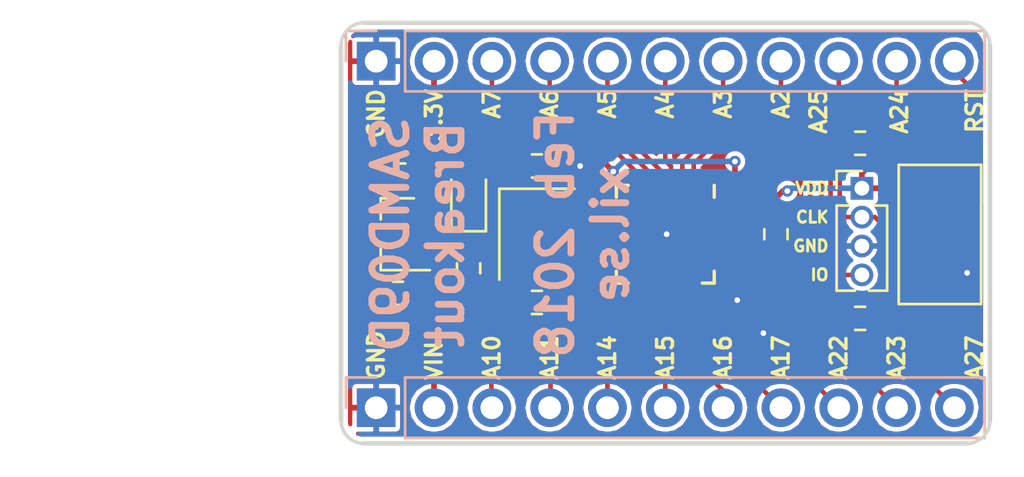
<source format=kicad_pcb>
(kicad_pcb (version 20171130) (host pcbnew "(2018-02-09 revision 07fff6ed3)-makepkg")

  (general
    (thickness 1.6)
    (drawings 36)
    (tracks 177)
    (zones 0)
    (modules 16)
    (nets 27)
  )

  (page A4)
  (layers
    (0 F.Cu signal)
    (31 B.Cu signal)
    (32 B.Adhes user)
    (33 F.Adhes user)
    (34 B.Paste user)
    (35 F.Paste user)
    (36 B.SilkS user)
    (37 F.SilkS user)
    (38 B.Mask user)
    (39 F.Mask user)
    (40 Dwgs.User user)
    (41 Cmts.User user)
    (42 Eco1.User user)
    (43 Eco2.User user)
    (44 Edge.Cuts user)
    (45 Margin user)
    (46 B.CrtYd user)
    (47 F.CrtYd user)
    (48 B.Fab user hide)
    (49 F.Fab user hide)
  )

  (setup
    (last_trace_width 0.2)
    (trace_clearance 0.175)
    (zone_clearance 0.2)
    (zone_45_only no)
    (trace_min 0)
    (segment_width 0.2)
    (edge_width 0.15)
    (via_size 0.5)
    (via_drill 0.25)
    (via_min_size 0)
    (via_min_drill 0)
    (uvia_size 0.3)
    (uvia_drill 0.1)
    (uvias_allowed no)
    (uvia_min_size 0.2)
    (uvia_min_drill 0.1)
    (pcb_text_width 0.3)
    (pcb_text_size 1.5 1.5)
    (mod_edge_width 0.15)
    (mod_text_size 1 1)
    (mod_text_width 0.15)
    (pad_size 1.524 1.524)
    (pad_drill 0.762)
    (pad_to_mask_clearance 0.175)
    (aux_axis_origin 0 0)
    (visible_elements 7FFFFF7F)
    (pcbplotparams
      (layerselection 0x010fc_ffffffff)
      (usegerberextensions false)
      (usegerberattributes false)
      (usegerberadvancedattributes false)
      (creategerberjobfile false)
      (excludeedgelayer true)
      (linewidth 0.100000)
      (plotframeref false)
      (viasonmask false)
      (mode 1)
      (useauxorigin false)
      (hpglpennumber 1)
      (hpglpenspeed 20)
      (hpglpendiameter 15)
      (psnegative false)
      (psa4output false)
      (plotreference true)
      (plotvalue true)
      (plotinvisibletext false)
      (padsonsilk false)
      (subtractmaskfromsilk false)
      (outputformat 1)
      (mirror false)
      (drillshape 1)
      (scaleselection 1)
      (outputdirectory ""))
  )

  (net 0 "")
  (net 1 +3V3)
  (net 2 /RESET)
  (net 3 GND)
  (net 4 /SWDCLK)
  (net 5 VBUS)
  (net 6 /PA2)
  (net 7 /PA3)
  (net 8 /PA4)
  (net 9 /PA5)
  (net 10 /PA6)
  (net 11 /PA7)
  (net 12 "Net-(C2-Pad1)")
  (net 13 "Net-(C3-Pad1)")
  (net 14 /PA10)
  (net 15 /PA11)
  (net 16 /PA14)
  (net 17 /PA15)
  (net 18 /PA16)
  (net 19 /PA17)
  (net 20 /PA22)
  (net 21 /PA23)
  (net 22 /PA27)
  (net 23 /SWDIO)
  (net 24 /PA24)
  (net 25 /PA25)
  (net 26 "Net-(D1-Pad1)")

  (net_class Default "This is the default net class."
    (clearance 0.175)
    (trace_width 0.2)
    (via_dia 0.5)
    (via_drill 0.25)
    (uvia_dia 0.3)
    (uvia_drill 0.1)
    (add_net /PA10)
    (add_net /PA11)
    (add_net /PA14)
    (add_net /PA15)
    (add_net /PA16)
    (add_net /PA17)
    (add_net /PA2)
    (add_net /PA22)
    (add_net /PA23)
    (add_net /PA24)
    (add_net /PA25)
    (add_net /PA27)
    (add_net /PA3)
    (add_net /PA4)
    (add_net /PA5)
    (add_net /PA6)
    (add_net /PA7)
    (add_net /RESET)
    (add_net /SWDCLK)
    (add_net /SWDIO)
    (add_net GND)
    (add_net "Net-(C2-Pad1)")
    (add_net "Net-(C3-Pad1)")
    (add_net "Net-(D1-Pad1)")
  )

  (net_class Power ""
    (clearance 0.2)
    (trace_width 0.25)
    (via_dia 0.5)
    (via_drill 0.25)
    (uvia_dia 0.3)
    (uvia_drill 0.1)
    (add_net +3V3)
    (add_net VBUS)
  )

  (module LED_SMD:LED_0603_1608Metric (layer F.Cu) (tedit 5A7E2B19) (tstamp 5AA09049)
    (at 133.6 65.7 90)
    (descr "LED SMD 0603 (1608 Metric), square (rectangular) end terminal, IPC_7351 nominal, (Body size source: http://www.tortai-tech.com/upload/download/2011102023233369053.pdf), generated with kicad-footprint-generator")
    (tags diode)
    (path /5A839EDB)
    (attr smd)
    (fp_text reference D1 (at 0 -1.65 90) (layer F.SilkS) hide
      (effects (font (size 1 1) (thickness 0.15)))
    )
    (fp_text value PWR (at 0 1.65 90) (layer F.Fab)
      (effects (font (size 1 1) (thickness 0.15)))
    )
    (fp_line (start 0.8 -0.4) (end -0.5 -0.4) (layer F.Fab) (width 0.1))
    (fp_line (start -0.5 -0.4) (end -0.8 -0.1) (layer F.Fab) (width 0.1))
    (fp_line (start -0.8 -0.1) (end -0.8 0.4) (layer F.Fab) (width 0.1))
    (fp_line (start -0.8 0.4) (end 0.8 0.4) (layer F.Fab) (width 0.1))
    (fp_line (start 0.8 0.4) (end 0.8 -0.4) (layer F.Fab) (width 0.1))
    (fp_line (start 0.8 -0.76) (end -1.47 -0.76) (layer F.SilkS) (width 0.12))
    (fp_line (start -1.47 -0.76) (end -1.47 0.76) (layer F.SilkS) (width 0.12))
    (fp_line (start -1.47 0.76) (end 0.8 0.76) (layer F.SilkS) (width 0.12))
    (fp_line (start -1.46 0.75) (end -1.46 -0.75) (layer F.CrtYd) (width 0.05))
    (fp_line (start -1.46 -0.75) (end 1.46 -0.75) (layer F.CrtYd) (width 0.05))
    (fp_line (start 1.46 -0.75) (end 1.46 0.75) (layer F.CrtYd) (width 0.05))
    (fp_line (start 1.46 0.75) (end -1.46 0.75) (layer F.CrtYd) (width 0.05))
    (fp_text user %R (at 0 0 90) (layer F.Fab)
      (effects (font (size 0.5 0.5) (thickness 0.08)))
    )
    (pad 1 smd rect (at -0.875 0 90) (size 0.67 1) (layers F.Cu F.Paste F.Mask)
      (net 26 "Net-(D1-Pad1)"))
    (pad 2 smd rect (at 0.875 0 90) (size 0.67 1) (layers F.Cu F.Paste F.Mask)
      (net 1 +3V3))
    (model ${KISYS3DMOD}/LED_SMD.3dshapes/LED_0603_1608Metric.wrl
      (at (xyz 0 0 0))
      (scale (xyz 1 1 1))
      (rotate (xyz 0 0 0))
    )
    (model E:/Desktop/LED_0603.wrl
      (at (xyz 0 0 0))
      (scale (xyz 1 1 1))
      (rotate (xyz 0 0 0))
    )
  )

  (module Button_Switch_SMD:SW_SPST_FSMSM (layer F.Cu) (tedit 5A7E298E) (tstamp 5A951EAB)
    (at 154.305 67.31 270)
    (descr http://www.te.com/commerce/DocumentDelivery/DDEController?Action=srchrtrv&DocNm=1437566-3&DocType=Customer+Drawing&DocLang=English)
    (tags "SPST button tactile switch")
    (path /5A7EB445)
    (attr smd)
    (fp_text reference SW1 (at 0 -2.6 270) (layer F.SilkS) hide
      (effects (font (size 1 1) (thickness 0.15)))
    )
    (fp_text value RESET (at 0 3 270) (layer F.Fab)
      (effects (font (size 1 1) (thickness 0.15)))
    )
    (fp_text user %R (at 0 -2.6 270) (layer F.Fab)
      (effects (font (size 1 1) (thickness 0.15)))
    )
    (fp_line (start -1.75 -1) (end 1.75 -1) (layer F.Fab) (width 0.1))
    (fp_line (start 1.75 -1) (end 1.75 1) (layer F.Fab) (width 0.1))
    (fp_line (start 1.75 1) (end -1.75 1) (layer F.Fab) (width 0.1))
    (fp_line (start -1.75 1) (end -1.75 -1) (layer F.Fab) (width 0.1))
    (fp_line (start -3.06 -1.81) (end 3.06 -1.81) (layer F.SilkS) (width 0.12))
    (fp_line (start 3.06 -1.81) (end 3.06 1.81) (layer F.SilkS) (width 0.12))
    (fp_line (start 3.06 1.81) (end -3.06 1.81) (layer F.SilkS) (width 0.12))
    (fp_line (start -3.06 1.81) (end -3.06 -1.81) (layer F.SilkS) (width 0.12))
    (fp_line (start -1.5 0.8) (end 1.5 0.8) (layer F.Fab) (width 0.1))
    (fp_line (start -1.5 -0.8) (end 1.5 -0.8) (layer F.Fab) (width 0.1))
    (fp_line (start 1.5 -0.8) (end 1.5 0.8) (layer F.Fab) (width 0.1))
    (fp_line (start -1.5 -0.8) (end -1.5 0.8) (layer F.Fab) (width 0.1))
    (fp_line (start -5.95 2) (end 5.95 2) (layer F.CrtYd) (width 0.05))
    (fp_line (start 5.95 -2) (end 5.95 2) (layer F.CrtYd) (width 0.05))
    (fp_line (start -3 1.75) (end 3 1.75) (layer F.Fab) (width 0.1))
    (fp_line (start -3 -1.75) (end 3 -1.75) (layer F.Fab) (width 0.1))
    (fp_line (start -3 -1.75) (end -3 1.75) (layer F.Fab) (width 0.1))
    (fp_line (start 3 -1.75) (end 3 1.75) (layer F.Fab) (width 0.1))
    (fp_line (start -5.95 -2) (end -5.95 2) (layer F.CrtYd) (width 0.05))
    (fp_line (start -5.95 -2) (end 5.95 -2) (layer F.CrtYd) (width 0.05))
    (pad 1 smd rect (at -4.59 0 270) (size 2.18 1.6) (layers F.Cu F.Paste F.Mask)
      (net 3 GND))
    (pad 2 smd rect (at 4.59 0 270) (size 2.18 1.6) (layers F.Cu F.Paste F.Mask)
      (net 2 /RESET))
    (model ${KISYS3DMOD}/Button_Switch_SMD.3dshapes/SW_SPST_FSMSM.wrl
      (at (xyz 0 0 0))
      (scale (xyz 1 1 1))
      (rotate (xyz 0 0 0))
    )
  )

  (module Capacitor_SMD:C_0603_1608Metric (layer F.Cu) (tedit 5A7E2AD5) (tstamp 5A951E90)
    (at 147.1 67.3 270)
    (descr "Capacitor SMD 0603 (1608 Metric), square (rectangular) end terminal, IPC_7351 nominal, (Body size source: http://www.tortai-tech.com/upload/download/2011102023233369053.pdf), generated with kicad-footprint-generator")
    (tags capacitor)
    (path /5A81760D)
    (attr smd)
    (fp_text reference C5 (at 0 -1.65 270) (layer F.SilkS) hide
      (effects (font (size 1 1) (thickness 0.15)))
    )
    (fp_text value 1uF (at 0 1.65 270) (layer F.Fab)
      (effects (font (size 1 1) (thickness 0.15)))
    )
    (fp_line (start -0.8 0.4) (end -0.8 -0.4) (layer F.Fab) (width 0.1))
    (fp_line (start -0.8 -0.4) (end 0.8 -0.4) (layer F.Fab) (width 0.1))
    (fp_line (start 0.8 -0.4) (end 0.8 0.4) (layer F.Fab) (width 0.1))
    (fp_line (start 0.8 0.4) (end -0.8 0.4) (layer F.Fab) (width 0.1))
    (fp_line (start -0.22 -0.51) (end 0.22 -0.51) (layer F.SilkS) (width 0.12))
    (fp_line (start -0.22 0.51) (end 0.22 0.51) (layer F.SilkS) (width 0.12))
    (fp_line (start -1.46 0.75) (end -1.46 -0.75) (layer F.CrtYd) (width 0.05))
    (fp_line (start -1.46 -0.75) (end 1.46 -0.75) (layer F.CrtYd) (width 0.05))
    (fp_line (start 1.46 -0.75) (end 1.46 0.75) (layer F.CrtYd) (width 0.05))
    (fp_line (start 1.46 0.75) (end -1.46 0.75) (layer F.CrtYd) (width 0.05))
    (fp_text user %R (at 0 0 270) (layer F.Fab)
      (effects (font (size 0.5 0.5) (thickness 0.08)))
    )
    (pad 1 smd rect (at -0.875 0 270) (size 0.67 1) (layers F.Cu F.Paste F.Mask)
      (net 1 +3V3))
    (pad 2 smd rect (at 0.875 0 270) (size 0.67 1) (layers F.Cu F.Paste F.Mask)
      (net 3 GND))
    (model ${KISYS3DMOD}/Capacitor_SMD.3dshapes/C_0603_1608Metric.wrl
      (at (xyz 0 0 0))
      (scale (xyz 1 1 1))
      (rotate (xyz 0 0 0))
    )
  )

  (module Capacitor_SMD:C_0603_1608Metric (layer F.Cu) (tedit 5A7E2AD9) (tstamp 5A951E7F)
    (at 130.5 69.9 180)
    (descr "Capacitor SMD 0603 (1608 Metric), square (rectangular) end terminal, IPC_7351 nominal, (Body size source: http://www.tortai-tech.com/upload/download/2011102023233369053.pdf), generated with kicad-footprint-generator")
    (tags capacitor)
    (path /5A8175AA)
    (attr smd)
    (fp_text reference C4 (at 0 -1.65 180) (layer F.SilkS) hide
      (effects (font (size 1 1) (thickness 0.15)))
    )
    (fp_text value 1uF (at 0 1.65 180) (layer F.Fab)
      (effects (font (size 1 1) (thickness 0.15)))
    )
    (fp_text user %R (at 0 0 180) (layer F.Fab)
      (effects (font (size 0.5 0.5) (thickness 0.08)))
    )
    (fp_line (start 1.46 0.75) (end -1.46 0.75) (layer F.CrtYd) (width 0.05))
    (fp_line (start 1.46 -0.75) (end 1.46 0.75) (layer F.CrtYd) (width 0.05))
    (fp_line (start -1.46 -0.75) (end 1.46 -0.75) (layer F.CrtYd) (width 0.05))
    (fp_line (start -1.46 0.75) (end -1.46 -0.75) (layer F.CrtYd) (width 0.05))
    (fp_line (start -0.22 0.51) (end 0.22 0.51) (layer F.SilkS) (width 0.12))
    (fp_line (start -0.22 -0.51) (end 0.22 -0.51) (layer F.SilkS) (width 0.12))
    (fp_line (start 0.8 0.4) (end -0.8 0.4) (layer F.Fab) (width 0.1))
    (fp_line (start 0.8 -0.4) (end 0.8 0.4) (layer F.Fab) (width 0.1))
    (fp_line (start -0.8 -0.4) (end 0.8 -0.4) (layer F.Fab) (width 0.1))
    (fp_line (start -0.8 0.4) (end -0.8 -0.4) (layer F.Fab) (width 0.1))
    (pad 2 smd rect (at 0.875 0 180) (size 0.67 1) (layers F.Cu F.Paste F.Mask)
      (net 5 VBUS))
    (pad 1 smd rect (at -0.875 0 180) (size 0.67 1) (layers F.Cu F.Paste F.Mask)
      (net 3 GND))
    (model ${KISYS3DMOD}/Capacitor_SMD.3dshapes/C_0603_1608Metric.wrl
      (at (xyz 0 0 0))
      (scale (xyz 1 1 1))
      (rotate (xyz 0 0 0))
    )
  )

  (module Capacitor_SMD:C_0603_1608Metric (layer F.Cu) (tedit 5A7E29C4) (tstamp 5A951E6E)
    (at 136.6 70.3 180)
    (descr "Capacitor SMD 0603 (1608 Metric), square (rectangular) end terminal, IPC_7351 nominal, (Body size source: http://www.tortai-tech.com/upload/download/2011102023233369053.pdf), generated with kicad-footprint-generator")
    (tags capacitor)
    (path /5A7E7A1D)
    (attr smd)
    (fp_text reference C3 (at 0 -1.65 180) (layer F.SilkS) hide
      (effects (font (size 1 1) (thickness 0.15)))
    )
    (fp_text value 12pF (at 0 1.65 180) (layer F.Fab)
      (effects (font (size 1 1) (thickness 0.15)))
    )
    (fp_line (start -0.8 0.4) (end -0.8 -0.4) (layer F.Fab) (width 0.1))
    (fp_line (start -0.8 -0.4) (end 0.8 -0.4) (layer F.Fab) (width 0.1))
    (fp_line (start 0.8 -0.4) (end 0.8 0.4) (layer F.Fab) (width 0.1))
    (fp_line (start 0.8 0.4) (end -0.8 0.4) (layer F.Fab) (width 0.1))
    (fp_line (start -0.22 -0.51) (end 0.22 -0.51) (layer F.SilkS) (width 0.12))
    (fp_line (start -0.22 0.51) (end 0.22 0.51) (layer F.SilkS) (width 0.12))
    (fp_line (start -1.46 0.75) (end -1.46 -0.75) (layer F.CrtYd) (width 0.05))
    (fp_line (start -1.46 -0.75) (end 1.46 -0.75) (layer F.CrtYd) (width 0.05))
    (fp_line (start 1.46 -0.75) (end 1.46 0.75) (layer F.CrtYd) (width 0.05))
    (fp_line (start 1.46 0.75) (end -1.46 0.75) (layer F.CrtYd) (width 0.05))
    (fp_text user %R (at 0 0 180) (layer F.Fab)
      (effects (font (size 0.5 0.5) (thickness 0.08)))
    )
    (pad 1 smd rect (at -0.875 0 180) (size 0.67 1) (layers F.Cu F.Paste F.Mask)
      (net 13 "Net-(C3-Pad1)"))
    (pad 2 smd rect (at 0.875 0 180) (size 0.67 1) (layers F.Cu F.Paste F.Mask)
      (net 3 GND))
    (model ${KISYS3DMOD}/Capacitor_SMD.3dshapes/C_0603_1608Metric.wrl
      (at (xyz 0 0 0))
      (scale (xyz 1 1 1))
      (rotate (xyz 0 0 0))
    )
  )

  (module Capacitor_SMD:C_0603_1608Metric (layer F.Cu) (tedit 5A7E2912) (tstamp 5A951E5D)
    (at 136.6 64.3)
    (descr "Capacitor SMD 0603 (1608 Metric), square (rectangular) end terminal, IPC_7351 nominal, (Body size source: http://www.tortai-tech.com/upload/download/2011102023233369053.pdf), generated with kicad-footprint-generator")
    (tags capacitor)
    (path /5A7E796F)
    (attr smd)
    (fp_text reference C2 (at 0 -1.65) (layer F.SilkS) hide
      (effects (font (size 1 1) (thickness 0.15)))
    )
    (fp_text value 12pF (at 0 1.65) (layer F.Fab)
      (effects (font (size 1 1) (thickness 0.15)))
    )
    (fp_text user %R (at 0 0) (layer F.Fab)
      (effects (font (size 0.5 0.5) (thickness 0.08)))
    )
    (fp_line (start 1.46 0.75) (end -1.46 0.75) (layer F.CrtYd) (width 0.05))
    (fp_line (start 1.46 -0.75) (end 1.46 0.75) (layer F.CrtYd) (width 0.05))
    (fp_line (start -1.46 -0.75) (end 1.46 -0.75) (layer F.CrtYd) (width 0.05))
    (fp_line (start -1.46 0.75) (end -1.46 -0.75) (layer F.CrtYd) (width 0.05))
    (fp_line (start -0.22 0.51) (end 0.22 0.51) (layer F.SilkS) (width 0.12))
    (fp_line (start -0.22 -0.51) (end 0.22 -0.51) (layer F.SilkS) (width 0.12))
    (fp_line (start 0.8 0.4) (end -0.8 0.4) (layer F.Fab) (width 0.1))
    (fp_line (start 0.8 -0.4) (end 0.8 0.4) (layer F.Fab) (width 0.1))
    (fp_line (start -0.8 -0.4) (end 0.8 -0.4) (layer F.Fab) (width 0.1))
    (fp_line (start -0.8 0.4) (end -0.8 -0.4) (layer F.Fab) (width 0.1))
    (pad 2 smd rect (at 0.875 0) (size 0.67 1) (layers F.Cu F.Paste F.Mask)
      (net 3 GND))
    (pad 1 smd rect (at -0.875 0) (size 0.67 1) (layers F.Cu F.Paste F.Mask)
      (net 12 "Net-(C2-Pad1)"))
    (model ${KISYS3DMOD}/Capacitor_SMD.3dshapes/C_0603_1608Metric.wrl
      (at (xyz 0 0 0))
      (scale (xyz 1 1 1))
      (rotate (xyz 0 0 0))
    )
  )

  (module Capacitor_SMD:C_0603_1608Metric (layer F.Cu) (tedit 5A7E2AD3) (tstamp 5A951E4C)
    (at 130.6 64.7 180)
    (descr "Capacitor SMD 0603 (1608 Metric), square (rectangular) end terminal, IPC_7351 nominal, (Body size source: http://www.tortai-tech.com/upload/download/2011102023233369053.pdf), generated with kicad-footprint-generator")
    (tags capacitor)
    (path /5A7E2E03)
    (attr smd)
    (fp_text reference C1 (at 0 -1.65 180) (layer F.SilkS) hide
      (effects (font (size 1 1) (thickness 0.15)))
    )
    (fp_text value 0.1uF (at 0 1.65 180) (layer F.Fab)
      (effects (font (size 1 1) (thickness 0.15)))
    )
    (fp_line (start -0.8 0.4) (end -0.8 -0.4) (layer F.Fab) (width 0.1))
    (fp_line (start -0.8 -0.4) (end 0.8 -0.4) (layer F.Fab) (width 0.1))
    (fp_line (start 0.8 -0.4) (end 0.8 0.4) (layer F.Fab) (width 0.1))
    (fp_line (start 0.8 0.4) (end -0.8 0.4) (layer F.Fab) (width 0.1))
    (fp_line (start -0.22 -0.51) (end 0.22 -0.51) (layer F.SilkS) (width 0.12))
    (fp_line (start -0.22 0.51) (end 0.22 0.51) (layer F.SilkS) (width 0.12))
    (fp_line (start -1.46 0.75) (end -1.46 -0.75) (layer F.CrtYd) (width 0.05))
    (fp_line (start -1.46 -0.75) (end 1.46 -0.75) (layer F.CrtYd) (width 0.05))
    (fp_line (start 1.46 -0.75) (end 1.46 0.75) (layer F.CrtYd) (width 0.05))
    (fp_line (start 1.46 0.75) (end -1.46 0.75) (layer F.CrtYd) (width 0.05))
    (fp_text user %R (at 0 0 180) (layer F.Fab)
      (effects (font (size 0.5 0.5) (thickness 0.08)))
    )
    (pad 1 smd rect (at -0.875 0 180) (size 0.67 1) (layers F.Cu F.Paste F.Mask)
      (net 1 +3V3))
    (pad 2 smd rect (at 0.875 0 180) (size 0.67 1) (layers F.Cu F.Paste F.Mask)
      (net 3 GND))
    (model ${KISYS3DMOD}/Capacitor_SMD.3dshapes/C_0603_1608Metric.wrl
      (at (xyz 0 0 0))
      (scale (xyz 1 1 1))
      (rotate (xyz 0 0 0))
    )
  )

  (module Connector_PinHeader_1.27mm:PinHeader_1x04_P1.27mm_Vertical (layer F.Cu) (tedit 5A7E2A9E) (tstamp 5A951E3B)
    (at 150.876 65.278)
    (descr "Through hole straight pin header, 1x04, 1.27mm pitch, single row")
    (tags "Through hole pin header THT 1x04 1.27mm single row")
    (path /5A7F8D1A)
    (fp_text reference J3 (at 0 -1.695) (layer F.SilkS) hide
      (effects (font (size 1 1) (thickness 0.15)))
    )
    (fp_text value Conn_01x04 (at 0 5.505) (layer F.Fab)
      (effects (font (size 1 1) (thickness 0.15)))
    )
    (fp_line (start -0.525 -0.635) (end 1.05 -0.635) (layer F.Fab) (width 0.1))
    (fp_line (start 1.05 -0.635) (end 1.05 4.445) (layer F.Fab) (width 0.1))
    (fp_line (start 1.05 4.445) (end -1.05 4.445) (layer F.Fab) (width 0.1))
    (fp_line (start -1.05 4.445) (end -1.05 -0.11) (layer F.Fab) (width 0.1))
    (fp_line (start -1.05 -0.11) (end -0.525 -0.635) (layer F.Fab) (width 0.1))
    (fp_line (start -1.11 4.505) (end -0.30753 4.505) (layer F.SilkS) (width 0.12))
    (fp_line (start 0.30753 4.505) (end 1.11 4.505) (layer F.SilkS) (width 0.12))
    (fp_line (start -1.11 0.76) (end -1.11 4.505) (layer F.SilkS) (width 0.12))
    (fp_line (start 1.11 0.76) (end 1.11 4.505) (layer F.SilkS) (width 0.12))
    (fp_line (start -1.11 0.76) (end -0.563471 0.76) (layer F.SilkS) (width 0.12))
    (fp_line (start 0.563471 0.76) (end 1.11 0.76) (layer F.SilkS) (width 0.12))
    (fp_line (start -1.11 0) (end -1.11 -0.76) (layer F.SilkS) (width 0.12))
    (fp_line (start -1.11 -0.76) (end 0 -0.76) (layer F.SilkS) (width 0.12))
    (fp_line (start -1.55 -1.15) (end -1.55 4.95) (layer F.CrtYd) (width 0.05))
    (fp_line (start -1.55 4.95) (end 1.55 4.95) (layer F.CrtYd) (width 0.05))
    (fp_line (start 1.55 4.95) (end 1.55 -1.15) (layer F.CrtYd) (width 0.05))
    (fp_line (start 1.55 -1.15) (end -1.55 -1.15) (layer F.CrtYd) (width 0.05))
    (fp_text user %R (at 0 1.905 90) (layer F.Fab)
      (effects (font (size 1 1) (thickness 0.15)))
    )
    (pad 1 thru_hole rect (at 0 0) (size 1 1) (drill 0.65) (layers *.Cu *.Mask)
      (net 1 +3V3))
    (pad 2 thru_hole oval (at 0 1.27) (size 1 1) (drill 0.65) (layers *.Cu *.Mask)
      (net 4 /SWDCLK))
    (pad 3 thru_hole oval (at 0 2.54) (size 1 1) (drill 0.65) (layers *.Cu *.Mask)
      (net 3 GND))
    (pad 4 thru_hole oval (at 0 3.81) (size 1 1) (drill 0.65) (layers *.Cu *.Mask)
      (net 23 /SWDIO))
    (model ${KISYS3DMOD}/Connector_PinHeader_1.27mm.3dshapes/PinHeader_1x04_P1.27mm_Vertical.wrl
      (at (xyz 0 0 0))
      (scale (xyz 1 1 1))
      (rotate (xyz 0 0 0))
    )
  )

  (module Connector_PinHeader_2.54mm:PinHeader_1x11_P2.54mm_Vertical locked (layer B.Cu) (tedit 5A7E2802) (tstamp 5A951E21)
    (at 129.54 59.69 270)
    (descr "Through hole straight pin header, 1x11, 2.54mm pitch, single row")
    (tags "Through hole pin header THT 1x11 2.54mm single row")
    (path /5A7F8B9C)
    (fp_text reference J2 (at 0 2.33 270) (layer B.SilkS) hide
      (effects (font (size 1 1) (thickness 0.15)) (justify mirror))
    )
    (fp_text value Conn_01x11 (at 0 -27.73 270) (layer B.Fab)
      (effects (font (size 1 1) (thickness 0.15)) (justify mirror))
    )
    (fp_text user %R (at 0 -12.7 180) (layer B.Fab)
      (effects (font (size 1 1) (thickness 0.15)) (justify mirror))
    )
    (fp_line (start 1.8 1.8) (end -1.8 1.8) (layer B.CrtYd) (width 0.05))
    (fp_line (start 1.8 -27.2) (end 1.8 1.8) (layer B.CrtYd) (width 0.05))
    (fp_line (start -1.8 -27.2) (end 1.8 -27.2) (layer B.CrtYd) (width 0.05))
    (fp_line (start -1.8 1.8) (end -1.8 -27.2) (layer B.CrtYd) (width 0.05))
    (fp_line (start -1.33 1.33) (end 0 1.33) (layer B.SilkS) (width 0.12))
    (fp_line (start -1.33 0) (end -1.33 1.33) (layer B.SilkS) (width 0.12))
    (fp_line (start -1.33 -1.27) (end 1.33 -1.27) (layer B.SilkS) (width 0.12))
    (fp_line (start 1.33 -1.27) (end 1.33 -26.73) (layer B.SilkS) (width 0.12))
    (fp_line (start -1.33 -1.27) (end -1.33 -26.73) (layer B.SilkS) (width 0.12))
    (fp_line (start -1.33 -26.73) (end 1.33 -26.73) (layer B.SilkS) (width 0.12))
    (fp_line (start -1.27 0.635) (end -0.635 1.27) (layer B.Fab) (width 0.1))
    (fp_line (start -1.27 -26.67) (end -1.27 0.635) (layer B.Fab) (width 0.1))
    (fp_line (start 1.27 -26.67) (end -1.27 -26.67) (layer B.Fab) (width 0.1))
    (fp_line (start 1.27 1.27) (end 1.27 -26.67) (layer B.Fab) (width 0.1))
    (fp_line (start -0.635 1.27) (end 1.27 1.27) (layer B.Fab) (width 0.1))
    (pad 11 thru_hole oval (at 0 -25.4 270) (size 1.7 1.7) (drill 1) (layers *.Cu *.Mask)
      (net 2 /RESET))
    (pad 10 thru_hole oval (at 0 -22.86 270) (size 1.7 1.7) (drill 1) (layers *.Cu *.Mask)
      (net 24 /PA24))
    (pad 9 thru_hole oval (at 0 -20.32 270) (size 1.7 1.7) (drill 1) (layers *.Cu *.Mask)
      (net 25 /PA25))
    (pad 8 thru_hole oval (at 0 -17.78 270) (size 1.7 1.7) (drill 1) (layers *.Cu *.Mask)
      (net 6 /PA2))
    (pad 7 thru_hole oval (at 0 -15.24 270) (size 1.7 1.7) (drill 1) (layers *.Cu *.Mask)
      (net 7 /PA3))
    (pad 6 thru_hole oval (at 0 -12.7 270) (size 1.7 1.7) (drill 1) (layers *.Cu *.Mask)
      (net 8 /PA4))
    (pad 5 thru_hole oval (at 0 -10.16 270) (size 1.7 1.7) (drill 1) (layers *.Cu *.Mask)
      (net 9 /PA5))
    (pad 4 thru_hole oval (at 0 -7.62 270) (size 1.7 1.7) (drill 1) (layers *.Cu *.Mask)
      (net 10 /PA6))
    (pad 3 thru_hole oval (at 0 -5.08 270) (size 1.7 1.7) (drill 1) (layers *.Cu *.Mask)
      (net 11 /PA7))
    (pad 2 thru_hole oval (at 0 -2.54 270) (size 1.7 1.7) (drill 1) (layers *.Cu *.Mask)
      (net 1 +3V3))
    (pad 1 thru_hole rect (at 0 0 270) (size 1.7 1.7) (drill 1) (layers *.Cu *.Mask)
      (net 3 GND))
    (model ${KISYS3DMOD}/Connector_PinHeader_2.54mm.3dshapes/PinHeader_1x11_P2.54mm_Vertical.wrl
      (at (xyz 0 0 0))
      (scale (xyz 1 1 1))
      (rotate (xyz 0 0 0))
    )
  )

  (module Connector_PinHeader_2.54mm:PinHeader_1x11_P2.54mm_Vertical locked (layer B.Cu) (tedit 5A7E2805) (tstamp 5A952049)
    (at 129.54 74.93 270)
    (descr "Through hole straight pin header, 1x11, 2.54mm pitch, single row")
    (tags "Through hole pin header THT 1x11 2.54mm single row")
    (path /5A7F8B47)
    (fp_text reference J1 (at 0 2.33 270) (layer B.SilkS) hide
      (effects (font (size 1 1) (thickness 0.15)) (justify mirror))
    )
    (fp_text value Conn_01x11 (at 0 -27.73 270) (layer B.Fab)
      (effects (font (size 1 1) (thickness 0.15)) (justify mirror))
    )
    (fp_line (start -0.635 1.27) (end 1.27 1.27) (layer B.Fab) (width 0.1))
    (fp_line (start 1.27 1.27) (end 1.27 -26.67) (layer B.Fab) (width 0.1))
    (fp_line (start 1.27 -26.67) (end -1.27 -26.67) (layer B.Fab) (width 0.1))
    (fp_line (start -1.27 -26.67) (end -1.27 0.635) (layer B.Fab) (width 0.1))
    (fp_line (start -1.27 0.635) (end -0.635 1.27) (layer B.Fab) (width 0.1))
    (fp_line (start -1.33 -26.73) (end 1.33 -26.73) (layer B.SilkS) (width 0.12))
    (fp_line (start -1.33 -1.27) (end -1.33 -26.73) (layer B.SilkS) (width 0.12))
    (fp_line (start 1.33 -1.27) (end 1.33 -26.73) (layer B.SilkS) (width 0.12))
    (fp_line (start -1.33 -1.27) (end 1.33 -1.27) (layer B.SilkS) (width 0.12))
    (fp_line (start -1.33 0) (end -1.33 1.33) (layer B.SilkS) (width 0.12))
    (fp_line (start -1.33 1.33) (end 0 1.33) (layer B.SilkS) (width 0.12))
    (fp_line (start -1.8 1.8) (end -1.8 -27.2) (layer B.CrtYd) (width 0.05))
    (fp_line (start -1.8 -27.2) (end 1.8 -27.2) (layer B.CrtYd) (width 0.05))
    (fp_line (start 1.8 -27.2) (end 1.8 1.8) (layer B.CrtYd) (width 0.05))
    (fp_line (start 1.8 1.8) (end -1.8 1.8) (layer B.CrtYd) (width 0.05))
    (fp_text user %R (at 0 -12.7 180) (layer B.Fab)
      (effects (font (size 1 1) (thickness 0.15)) (justify mirror))
    )
    (pad 1 thru_hole rect (at 0 0 270) (size 1.7 1.7) (drill 1) (layers *.Cu *.Mask)
      (net 3 GND))
    (pad 2 thru_hole oval (at 0 -2.54 270) (size 1.7 1.7) (drill 1) (layers *.Cu *.Mask)
      (net 5 VBUS))
    (pad 3 thru_hole oval (at 0 -5.08 270) (size 1.7 1.7) (drill 1) (layers *.Cu *.Mask)
      (net 14 /PA10))
    (pad 4 thru_hole oval (at 0 -7.62 270) (size 1.7 1.7) (drill 1) (layers *.Cu *.Mask)
      (net 15 /PA11))
    (pad 5 thru_hole oval (at 0 -10.16 270) (size 1.7 1.7) (drill 1) (layers *.Cu *.Mask)
      (net 16 /PA14))
    (pad 6 thru_hole oval (at 0 -12.7 270) (size 1.7 1.7) (drill 1) (layers *.Cu *.Mask)
      (net 17 /PA15))
    (pad 7 thru_hole oval (at 0 -15.24 270) (size 1.7 1.7) (drill 1) (layers *.Cu *.Mask)
      (net 18 /PA16))
    (pad 8 thru_hole oval (at 0 -17.78 270) (size 1.7 1.7) (drill 1) (layers *.Cu *.Mask)
      (net 19 /PA17))
    (pad 9 thru_hole oval (at 0 -20.32 270) (size 1.7 1.7) (drill 1) (layers *.Cu *.Mask)
      (net 20 /PA22))
    (pad 10 thru_hole oval (at 0 -22.86 270) (size 1.7 1.7) (drill 1) (layers *.Cu *.Mask)
      (net 21 /PA23))
    (pad 11 thru_hole oval (at 0 -25.4 270) (size 1.7 1.7) (drill 1) (layers *.Cu *.Mask)
      (net 22 /PA27))
    (model ${KISYS3DMOD}/Connector_PinHeader_2.54mm.3dshapes/PinHeader_1x11_P2.54mm_Vertical.wrl
      (at (xyz 0 0 0))
      (scale (xyz 1 1 1))
      (rotate (xyz 0 0 0))
    )
  )

  (module Crystal:Crystal_SMD_3225-4Pin_3.2x2.5mm (layer F.Cu) (tedit 5A7E2812) (tstamp 5A951DE3)
    (at 136.6 67.3 270)
    (descr "SMD Crystal SERIES SMD3225/4 http://www.txccrystal.com/images/pdf/7m-accuracy.pdf, 3.2x2.5mm^2 package")
    (tags "SMD SMT crystal")
    (path /5A7E45C4)
    (attr smd)
    (fp_text reference Y1 (at 0 -2.45 270) (layer F.SilkS) hide
      (effects (font (size 1 1) (thickness 0.15)))
    )
    (fp_text value 16MHz (at 0 2.45 270) (layer F.Fab)
      (effects (font (size 1 1) (thickness 0.15)))
    )
    (fp_text user %R (at 0 0 270) (layer F.Fab)
      (effects (font (size 0.7 0.7) (thickness 0.105)))
    )
    (fp_line (start -1.6 -1.25) (end -1.6 1.25) (layer F.Fab) (width 0.1))
    (fp_line (start -1.6 1.25) (end 1.6 1.25) (layer F.Fab) (width 0.1))
    (fp_line (start 1.6 1.25) (end 1.6 -1.25) (layer F.Fab) (width 0.1))
    (fp_line (start 1.6 -1.25) (end -1.6 -1.25) (layer F.Fab) (width 0.1))
    (fp_line (start -1.6 0.25) (end -0.6 1.25) (layer F.Fab) (width 0.1))
    (fp_line (start -2 -1.65) (end -2 1.65) (layer F.SilkS) (width 0.12))
    (fp_line (start -2 1.65) (end 2 1.65) (layer F.SilkS) (width 0.12))
    (fp_line (start -2.1 -1.7) (end -2.1 1.7) (layer F.CrtYd) (width 0.05))
    (fp_line (start -2.1 1.7) (end 2.1 1.7) (layer F.CrtYd) (width 0.05))
    (fp_line (start 2.1 1.7) (end 2.1 -1.7) (layer F.CrtYd) (width 0.05))
    (fp_line (start 2.1 -1.7) (end -2.1 -1.7) (layer F.CrtYd) (width 0.05))
    (pad 1 smd rect (at -1.1 0.85 270) (size 1.4 1.2) (layers F.Cu F.Paste F.Mask)
      (net 12 "Net-(C2-Pad1)"))
    (pad 2 smd rect (at 1.1 0.85 270) (size 1.4 1.2) (layers F.Cu F.Paste F.Mask)
      (net 3 GND))
    (pad 3 smd rect (at 1.1 -0.85 270) (size 1.4 1.2) (layers F.Cu F.Paste F.Mask)
      (net 13 "Net-(C3-Pad1)"))
    (pad 4 smd rect (at -1.1 -0.85 270) (size 1.4 1.2) (layers F.Cu F.Paste F.Mask)
      (net 3 GND))
    (model ${KISYS3DMOD}/Crystal.3dshapes/Crystal_SMD_3225-4Pin_3.2x2.5mm.wrl
      (at (xyz 0 0 0))
      (scale (xyz 1 1 1))
      (rotate (xyz 0 0 0))
    )
    (model E:/Desktop/Crystal_SMD_SeikoEpson_TSX3225-4pin_3.2x2.5mm.wrl
      (at (xyz 0 0 0))
      (scale (xyz 0.25 0.25 0.25))
      (rotate (xyz 0 0 0))
    )
  )

  (module Package_DFN_QFN:QFN-24_4x4mm_P0.5mm locked (layer F.Cu) (tedit 5A7E2815) (tstamp 5A9525C2)
    (at 142.24 67.3 270)
    (descr "24-Lead Plastic Quad Flat, No Lead Package (MJ) - 4x4x0.9 mm Body [QFN]; (see Microchip Packaging Specification 00000049BS.pdf)")
    (tags "QFN 0.5")
    (path /5A7E245F)
    (attr smd)
    (fp_text reference U1 (at 0 -3.375 270) (layer F.SilkS) hide
      (effects (font (size 1 1) (thickness 0.15)))
    )
    (fp_text value ATSAMD09D14A-MUT (at 0 3.375 270) (layer F.Fab)
      (effects (font (size 1 1) (thickness 0.15)))
    )
    (fp_text user %R (at 0 0 270) (layer F.Fab)
      (effects (font (size 1 1) (thickness 0.15)))
    )
    (fp_line (start -1 -2) (end 2 -2) (layer F.Fab) (width 0.15))
    (fp_line (start 2 -2) (end 2 2) (layer F.Fab) (width 0.15))
    (fp_line (start 2 2) (end -2 2) (layer F.Fab) (width 0.15))
    (fp_line (start -2 2) (end -2 -1) (layer F.Fab) (width 0.15))
    (fp_line (start -2 -1) (end -1 -2) (layer F.Fab) (width 0.15))
    (fp_line (start -2.65 -2.65) (end -2.65 2.65) (layer F.CrtYd) (width 0.05))
    (fp_line (start 2.65 -2.65) (end 2.65 2.65) (layer F.CrtYd) (width 0.05))
    (fp_line (start -2.65 -2.65) (end 2.65 -2.65) (layer F.CrtYd) (width 0.05))
    (fp_line (start -2.65 2.65) (end 2.65 2.65) (layer F.CrtYd) (width 0.05))
    (fp_line (start 2.15 -2.15) (end 2.15 -1.625) (layer F.SilkS) (width 0.15))
    (fp_line (start -2.15 2.15) (end -2.15 1.625) (layer F.SilkS) (width 0.15))
    (fp_line (start 2.15 2.15) (end 2.15 1.625) (layer F.SilkS) (width 0.15))
    (fp_line (start -2.15 -2.15) (end -1.625 -2.15) (layer F.SilkS) (width 0.15))
    (fp_line (start -2.15 2.15) (end -1.625 2.15) (layer F.SilkS) (width 0.15))
    (fp_line (start 2.15 2.15) (end 1.625 2.15) (layer F.SilkS) (width 0.15))
    (fp_line (start 2.15 -2.15) (end 1.625 -2.15) (layer F.SilkS) (width 0.15))
    (pad 1 smd rect (at -1.95 -1.25 270) (size 0.85 0.3) (layers F.Cu F.Paste F.Mask)
      (net 6 /PA2))
    (pad 2 smd rect (at -1.95 -0.75 270) (size 0.85 0.3) (layers F.Cu F.Paste F.Mask)
      (net 7 /PA3))
    (pad 3 smd rect (at -1.95 -0.25 270) (size 0.85 0.3) (layers F.Cu F.Paste F.Mask)
      (net 8 /PA4))
    (pad 4 smd rect (at -1.95 0.25 270) (size 0.85 0.3) (layers F.Cu F.Paste F.Mask)
      (net 9 /PA5))
    (pad 5 smd rect (at -1.95 0.75 270) (size 0.85 0.3) (layers F.Cu F.Paste F.Mask)
      (net 10 /PA6))
    (pad 6 smd rect (at -1.95 1.25 270) (size 0.85 0.3) (layers F.Cu F.Paste F.Mask)
      (net 11 /PA7))
    (pad 7 smd rect (at -1.25 1.95) (size 0.85 0.3) (layers F.Cu F.Paste F.Mask)
      (net 12 "Net-(C2-Pad1)"))
    (pad 8 smd rect (at -0.75 1.95) (size 0.85 0.3) (layers F.Cu F.Paste F.Mask)
      (net 13 "Net-(C3-Pad1)"))
    (pad 9 smd rect (at -0.25 1.95) (size 0.85 0.3) (layers F.Cu F.Paste F.Mask)
      (net 14 /PA10))
    (pad 10 smd rect (at 0.25 1.95) (size 0.85 0.3) (layers F.Cu F.Paste F.Mask)
      (net 15 /PA11))
    (pad 11 smd rect (at 0.75 1.95) (size 0.85 0.3) (layers F.Cu F.Paste F.Mask)
      (net 16 /PA14))
    (pad 12 smd rect (at 1.25 1.95) (size 0.85 0.3) (layers F.Cu F.Paste F.Mask)
      (net 17 /PA15))
    (pad 13 smd rect (at 1.95 1.25 270) (size 0.85 0.3) (layers F.Cu F.Paste F.Mask)
      (net 18 /PA16))
    (pad 14 smd rect (at 1.95 0.75 270) (size 0.85 0.3) (layers F.Cu F.Paste F.Mask)
      (net 19 /PA17))
    (pad 15 smd rect (at 1.95 0.25 270) (size 0.85 0.3) (layers F.Cu F.Paste F.Mask)
      (net 20 /PA22))
    (pad 16 smd rect (at 1.95 -0.25 270) (size 0.85 0.3) (layers F.Cu F.Paste F.Mask)
      (net 21 /PA23))
    (pad 17 smd rect (at 1.95 -0.75 270) (size 0.85 0.3) (layers F.Cu F.Paste F.Mask)
      (net 22 /PA27))
    (pad 18 smd rect (at 1.95 -1.25 270) (size 0.85 0.3) (layers F.Cu F.Paste F.Mask)
      (net 2 /RESET))
    (pad 19 smd rect (at 1.25 -1.95) (size 0.85 0.3) (layers F.Cu F.Paste F.Mask)
      (net 4 /SWDCLK))
    (pad 20 smd rect (at 0.75 -1.95) (size 0.85 0.3) (layers F.Cu F.Paste F.Mask)
      (net 23 /SWDIO))
    (pad 21 smd rect (at 0.25 -1.95) (size 0.85 0.3) (layers F.Cu F.Paste F.Mask)
      (net 24 /PA24))
    (pad 22 smd rect (at -0.25 -1.95) (size 0.85 0.3) (layers F.Cu F.Paste F.Mask)
      (net 25 /PA25))
    (pad 23 smd rect (at -0.75 -1.95) (size 0.85 0.3) (layers F.Cu F.Paste F.Mask)
      (net 3 GND))
    (pad 24 smd rect (at -1.25 -1.95) (size 0.85 0.3) (layers F.Cu F.Paste F.Mask)
      (net 1 +3V3))
    (model ${KISYS3DMOD}/Package_DFN_QFN.3dshapes/QFN-24-1EP_4x4mm_Pitch0.5mm.wrl
      (at (xyz 0 0 0))
      (scale (xyz 1 1 1))
      (rotate (xyz 0 0 0))
    )
    (model ${KISYS3DMOD}/Package_DFN_QFN.3dshapes/QFN-24-1EP_4x4mm_P0.5mm_EP2.6x2.6mm.wrl
      (at (xyz 0 0 0))
      (scale (xyz 1 1 1))
      (rotate (xyz 0 0 0))
    )
  )

  (module Package_TO_SOT_SMD:SOT-23 (layer F.Cu) (tedit 5A7E2AD0) (tstamp 5A951DA2)
    (at 130.5 67.3 180)
    (descr "SOT-23, Standard")
    (tags SOT-23)
    (path /5A80D673)
    (attr smd)
    (fp_text reference U2 (at 0 -2.5 180) (layer F.SilkS) hide
      (effects (font (size 1 1) (thickness 0.15)))
    )
    (fp_text value XC6206P332MR (at 0 2.5 180) (layer F.Fab)
      (effects (font (size 1 1) (thickness 0.15)))
    )
    (fp_text user %R (at 0 0 270) (layer F.Fab)
      (effects (font (size 0.5 0.5) (thickness 0.075)))
    )
    (fp_line (start -0.7 -0.95) (end -0.7 1.5) (layer F.Fab) (width 0.1))
    (fp_line (start -0.15 -1.52) (end 0.7 -1.52) (layer F.Fab) (width 0.1))
    (fp_line (start -0.7 -0.95) (end -0.15 -1.52) (layer F.Fab) (width 0.1))
    (fp_line (start 0.7 -1.52) (end 0.7 1.52) (layer F.Fab) (width 0.1))
    (fp_line (start -0.7 1.52) (end 0.7 1.52) (layer F.Fab) (width 0.1))
    (fp_line (start 0.76 1.58) (end 0.76 0.65) (layer F.SilkS) (width 0.12))
    (fp_line (start 0.76 -1.58) (end 0.76 -0.65) (layer F.SilkS) (width 0.12))
    (fp_line (start -1.7 -1.75) (end 1.7 -1.75) (layer F.CrtYd) (width 0.05))
    (fp_line (start 1.7 -1.75) (end 1.7 1.75) (layer F.CrtYd) (width 0.05))
    (fp_line (start 1.7 1.75) (end -1.7 1.75) (layer F.CrtYd) (width 0.05))
    (fp_line (start -1.7 1.75) (end -1.7 -1.75) (layer F.CrtYd) (width 0.05))
    (fp_line (start 0.76 -1.58) (end -1.4 -1.58) (layer F.SilkS) (width 0.12))
    (fp_line (start 0.76 1.58) (end -0.7 1.58) (layer F.SilkS) (width 0.12))
    (pad 1 smd rect (at -1 -0.95 180) (size 0.9 0.8) (layers F.Cu F.Paste F.Mask)
      (net 3 GND))
    (pad 2 smd rect (at -1 0.95 180) (size 0.9 0.8) (layers F.Cu F.Paste F.Mask)
      (net 1 +3V3))
    (pad 3 smd rect (at 1 0 180) (size 0.9 0.8) (layers F.Cu F.Paste F.Mask)
      (net 5 VBUS))
    (model ${KISYS3DMOD}/Package_TO_SOT_SMD.3dshapes/SOT-23.wrl
      (at (xyz 0 0 0))
      (scale (xyz 1 1 1))
      (rotate (xyz 0 0 0))
    )
  )

  (module Resistor_SMD:R_0603_1608Metric (layer F.Cu) (tedit 5A7E2A9C) (tstamp 5A951D8D)
    (at 150.8 63.3)
    (descr "Resistor SMD 0603 (1608 Metric), square (rectangular) end terminal, IPC_7351 nominal, (Body size source: http://www.tortai-tech.com/upload/download/2011102023233369053.pdf), generated with kicad-footprint-generator")
    (tags resistor)
    (path /5A803B0E)
    (attr smd)
    (fp_text reference R3 (at 0 -1.65) (layer F.SilkS) hide
      (effects (font (size 1 1) (thickness 0.15)))
    )
    (fp_text value 1K (at 0 1.65) (layer F.Fab)
      (effects (font (size 1 1) (thickness 0.15)))
    )
    (fp_line (start -0.8 0.4) (end -0.8 -0.4) (layer F.Fab) (width 0.1))
    (fp_line (start -0.8 -0.4) (end 0.8 -0.4) (layer F.Fab) (width 0.1))
    (fp_line (start 0.8 -0.4) (end 0.8 0.4) (layer F.Fab) (width 0.1))
    (fp_line (start 0.8 0.4) (end -0.8 0.4) (layer F.Fab) (width 0.1))
    (fp_line (start -0.22 -0.51) (end 0.22 -0.51) (layer F.SilkS) (width 0.12))
    (fp_line (start -0.22 0.51) (end 0.22 0.51) (layer F.SilkS) (width 0.12))
    (fp_line (start -1.46 0.75) (end -1.46 -0.75) (layer F.CrtYd) (width 0.05))
    (fp_line (start -1.46 -0.75) (end 1.46 -0.75) (layer F.CrtYd) (width 0.05))
    (fp_line (start 1.46 -0.75) (end 1.46 0.75) (layer F.CrtYd) (width 0.05))
    (fp_line (start 1.46 0.75) (end -1.46 0.75) (layer F.CrtYd) (width 0.05))
    (fp_text user %R (at 0 0) (layer F.Fab)
      (effects (font (size 0.5 0.5) (thickness 0.08)))
    )
    (pad 1 smd rect (at -0.875 0) (size 0.67 1) (layers F.Cu F.Paste F.Mask)
      (net 4 /SWDCLK))
    (pad 2 smd rect (at 0.875 0) (size 0.67 1) (layers F.Cu F.Paste F.Mask)
      (net 1 +3V3))
    (model ${KISYS3DMOD}/Resistor_SMD.3dshapes/R_0603_1608Metric.wrl
      (at (xyz 0 0 0))
      (scale (xyz 1 1 1))
      (rotate (xyz 0 0 0))
    )
  )

  (module Resistor_SMD:R_0603_1608Metric (layer F.Cu) (tedit 5A7E2ADC) (tstamp 5A951D7C)
    (at 133.6 68.8 270)
    (descr "Resistor SMD 0603 (1608 Metric), square (rectangular) end terminal, IPC_7351 nominal, (Body size source: http://www.tortai-tech.com/upload/download/2011102023233369053.pdf), generated with kicad-footprint-generator")
    (tags resistor)
    (path /5A7FC6B7)
    (attr smd)
    (fp_text reference R2 (at 0 -1.65 270) (layer F.SilkS) hide
      (effects (font (size 1 1) (thickness 0.15)))
    )
    (fp_text value 360R (at 0 1.65 270) (layer F.Fab)
      (effects (font (size 1 1) (thickness 0.15)))
    )
    (fp_text user %R (at 0 0 270) (layer F.Fab)
      (effects (font (size 0.5 0.5) (thickness 0.08)))
    )
    (fp_line (start 1.46 0.75) (end -1.46 0.75) (layer F.CrtYd) (width 0.05))
    (fp_line (start 1.46 -0.75) (end 1.46 0.75) (layer F.CrtYd) (width 0.05))
    (fp_line (start -1.46 -0.75) (end 1.46 -0.75) (layer F.CrtYd) (width 0.05))
    (fp_line (start -1.46 0.75) (end -1.46 -0.75) (layer F.CrtYd) (width 0.05))
    (fp_line (start -0.22 0.51) (end 0.22 0.51) (layer F.SilkS) (width 0.12))
    (fp_line (start -0.22 -0.51) (end 0.22 -0.51) (layer F.SilkS) (width 0.12))
    (fp_line (start 0.8 0.4) (end -0.8 0.4) (layer F.Fab) (width 0.1))
    (fp_line (start 0.8 -0.4) (end 0.8 0.4) (layer F.Fab) (width 0.1))
    (fp_line (start -0.8 -0.4) (end 0.8 -0.4) (layer F.Fab) (width 0.1))
    (fp_line (start -0.8 0.4) (end -0.8 -0.4) (layer F.Fab) (width 0.1))
    (pad 2 smd rect (at 0.875 0 270) (size 0.67 1) (layers F.Cu F.Paste F.Mask)
      (net 3 GND))
    (pad 1 smd rect (at -0.875 0 270) (size 0.67 1) (layers F.Cu F.Paste F.Mask)
      (net 26 "Net-(D1-Pad1)"))
    (model ${KISYS3DMOD}/Resistor_SMD.3dshapes/R_0603_1608Metric.wrl
      (at (xyz 0 0 0))
      (scale (xyz 1 1 1))
      (rotate (xyz 0 0 0))
    )
  )

  (module Resistor_SMD:R_0603_1608Metric (layer F.Cu) (tedit 5A7E2A84) (tstamp 5A951D6B)
    (at 150.8 71 180)
    (descr "Resistor SMD 0603 (1608 Metric), square (rectangular) end terminal, IPC_7351 nominal, (Body size source: http://www.tortai-tech.com/upload/download/2011102023233369053.pdf), generated with kicad-footprint-generator")
    (tags resistor)
    (path /5A7ED858)
    (attr smd)
    (fp_text reference R1 (at 0 -1.65 180) (layer F.SilkS) hide
      (effects (font (size 1 1) (thickness 0.15)))
    )
    (fp_text value 10K (at 0 1.65 180) (layer F.Fab)
      (effects (font (size 1 1) (thickness 0.15)))
    )
    (fp_line (start -0.8 0.4) (end -0.8 -0.4) (layer F.Fab) (width 0.1))
    (fp_line (start -0.8 -0.4) (end 0.8 -0.4) (layer F.Fab) (width 0.1))
    (fp_line (start 0.8 -0.4) (end 0.8 0.4) (layer F.Fab) (width 0.1))
    (fp_line (start 0.8 0.4) (end -0.8 0.4) (layer F.Fab) (width 0.1))
    (fp_line (start -0.22 -0.51) (end 0.22 -0.51) (layer F.SilkS) (width 0.12))
    (fp_line (start -0.22 0.51) (end 0.22 0.51) (layer F.SilkS) (width 0.12))
    (fp_line (start -1.46 0.75) (end -1.46 -0.75) (layer F.CrtYd) (width 0.05))
    (fp_line (start -1.46 -0.75) (end 1.46 -0.75) (layer F.CrtYd) (width 0.05))
    (fp_line (start 1.46 -0.75) (end 1.46 0.75) (layer F.CrtYd) (width 0.05))
    (fp_line (start 1.46 0.75) (end -1.46 0.75) (layer F.CrtYd) (width 0.05))
    (fp_text user %R (at 0 0 180) (layer F.Fab)
      (effects (font (size 0.5 0.5) (thickness 0.08)))
    )
    (pad 1 smd rect (at -0.875 0 180) (size 0.67 1) (layers F.Cu F.Paste F.Mask)
      (net 1 +3V3))
    (pad 2 smd rect (at 0.875 0 180) (size 0.67 1) (layers F.Cu F.Paste F.Mask)
      (net 2 /RESET))
    (model ${KISYS3DMOD}/Resistor_SMD.3dshapes/R_0603_1608Metric.wrl
      (at (xyz 0 0 0))
      (scale (xyz 1 1 1))
      (rotate (xyz 0 0 0))
    )
  )

  (gr_text "SAMD09D\nBreakout\n\nFeb 2018\nxil.se" (at 135.001 67.31 90) (layer B.SilkS)
    (effects (font (size 1.5 1.5) (thickness 0.3)) (justify mirror))
  )
  (gr_text IO (at 149.479 69.088) (layer F.SilkS) (tstamp 5AA0A859)
    (effects (font (size 0.5 0.5) (thickness 0.125)) (justify right))
  )
  (gr_text GND (at 149.479 67.818) (layer F.SilkS) (tstamp 5AA0A857)
    (effects (font (size 0.5 0.5) (thickness 0.125)) (justify right))
  )
  (gr_text CLK (at 149.479 66.548) (layer F.SilkS) (tstamp 5AA0A855)
    (effects (font (size 0.5 0.5) (thickness 0.125)) (justify right))
  )
  (gr_text VDD (at 149.479 65.278) (layer F.SilkS) (tstamp 5AA0A83A)
    (effects (font (size 0.5 0.5) (thickness 0.125)) (justify right))
  )
  (gr_text RST (at 155.829 60.833 90) (layer F.SilkS) (tstamp 5AA0A769)
    (effects (font (size 0.7 0.7) (thickness 0.15)) (justify right))
  )
  (gr_text A2 (at 147.32 60.833 90) (layer F.SilkS) (tstamp 5AA0A763)
    (effects (font (size 0.7 0.7) (thickness 0.15)) (justify right))
  )
  (gr_text A3 (at 144.78 60.833 90) (layer F.SilkS) (tstamp 5AA0A762)
    (effects (font (size 0.7 0.7) (thickness 0.15)) (justify right))
  )
  (gr_text A25 (at 148.971 60.833 90) (layer F.SilkS) (tstamp 5AA0A761)
    (effects (font (size 0.7 0.7) (thickness 0.15)) (justify right))
  )
  (gr_text A24 (at 152.527 60.833 90) (layer F.SilkS) (tstamp 5AA0A760)
    (effects (font (size 0.7 0.7) (thickness 0.15)) (justify right))
  )
  (gr_text A4 (at 142.24 60.833 90) (layer F.SilkS) (tstamp 5AA0A75B)
    (effects (font (size 0.7 0.7) (thickness 0.15)) (justify right))
  )
  (gr_text A5 (at 139.7 60.833 90) (layer F.SilkS) (tstamp 5AA0A75A)
    (effects (font (size 0.7 0.7) (thickness 0.15)) (justify right))
  )
  (gr_text A6 (at 137.16 60.833 90) (layer F.SilkS) (tstamp 5AA0A74F)
    (effects (font (size 0.7 0.7) (thickness 0.15)) (justify right))
  )
  (gr_text A7 (at 134.62 60.833 90) (layer F.SilkS) (tstamp 5AA0A74D)
    (effects (font (size 0.7 0.7) (thickness 0.15)) (justify right))
  )
  (gr_text 3.3V (at 132.08 60.833 90) (layer F.SilkS) (tstamp 5AA0A74B)
    (effects (font (size 0.7 0.7) (thickness 0.15)) (justify right))
  )
  (gr_text GND (at 129.54 60.833 90) (layer F.SilkS) (tstamp 5AA0A747)
    (effects (font (size 0.7 0.7) (thickness 0.15)) (justify right))
  )
  (gr_text A27 (at 155.829 73.787 90) (layer F.SilkS) (tstamp 5AA0A715)
    (effects (font (size 0.7 0.7) (thickness 0.15)) (justify left))
  )
  (gr_text A23 (at 152.4 73.787 90) (layer F.SilkS) (tstamp 5AA0A713)
    (effects (font (size 0.7 0.7) (thickness 0.15)) (justify left))
  )
  (gr_text A22 (at 149.86 73.787 90) (layer F.SilkS) (tstamp 5AA0A711)
    (effects (font (size 0.7 0.7) (thickness 0.15)) (justify left))
  )
  (gr_text A17 (at 147.32 73.787 90) (layer F.SilkS) (tstamp 5AA0A70F)
    (effects (font (size 0.7 0.7) (thickness 0.15)) (justify left))
  )
  (gr_text A16 (at 144.78 73.787 90) (layer F.SilkS) (tstamp 5AA0A70D)
    (effects (font (size 0.7 0.7) (thickness 0.15)) (justify left))
  )
  (gr_text A15 (at 142.24 73.787 90) (layer F.SilkS) (tstamp 5AA0A70B)
    (effects (font (size 0.7 0.7) (thickness 0.15)) (justify left))
  )
  (gr_text A14 (at 139.7 73.787 90) (layer F.SilkS) (tstamp 5AA0A709)
    (effects (font (size 0.7 0.7) (thickness 0.15)) (justify left))
  )
  (gr_text A11 (at 137.16 73.787 90) (layer F.SilkS) (tstamp 5AA0A707)
    (effects (font (size 0.7 0.7) (thickness 0.15)) (justify left))
  )
  (gr_text A10 (at 134.62 73.787 90) (layer F.SilkS) (tstamp 5AA0A705)
    (effects (font (size 0.7 0.7) (thickness 0.15)) (justify left))
  )
  (gr_text VIN (at 132.08 73.787 90) (layer F.SilkS) (tstamp 5AA0A703)
    (effects (font (size 0.7 0.7) (thickness 0.15)) (justify left))
  )
  (gr_text GND (at 129.54 73.787 90) (layer F.SilkS)
    (effects (font (size 0.7 0.7) (thickness 0.15)) (justify left))
  )
  (dimension 15.24 (width 0.3) (layer Dwgs.User)
    (gr_text "0.6000 in" (at 119.3 67.31 270) (layer Dwgs.User)
      (effects (font (size 1.5 1.5) (thickness 0.3)))
    )
    (feature1 (pts (xy 124.46 74.93) (xy 117.95 74.93)))
    (feature2 (pts (xy 124.46 59.69) (xy 117.95 59.69)))
    (crossbar (pts (xy 120.65 59.69) (xy 120.65 74.93)))
    (arrow1a (pts (xy 120.65 74.93) (xy 120.063579 73.803496)))
    (arrow1b (pts (xy 120.65 74.93) (xy 121.236421 73.803496)))
    (arrow2a (pts (xy 120.65 59.69) (xy 120.063579 60.816504)))
    (arrow2b (pts (xy 120.65 59.69) (xy 121.236421 60.816504)))
  )
  (gr_arc (start 155.5 75.5) (end 155.5 76.5) (angle -90) (layer Edge.Cuts) (width 0.15) (tstamp 5AA095CC))
  (gr_arc (start 155.5 59) (end 156.5 59) (angle -90) (layer Edge.Cuts) (width 0.15) (tstamp 5AA095BF))
  (gr_arc (start 129 59) (end 129 58) (angle -90) (layer Edge.Cuts) (width 0.15) (tstamp 5AA095B0))
  (gr_arc (start 129 75.5) (end 128 75.5) (angle -90) (layer Edge.Cuts) (width 0.15))
  (gr_line (start 129 58) (end 155.5 58) (layer Edge.Cuts) (width 0.2))
  (gr_line (start 128 75.5) (end 128 59) (layer Edge.Cuts) (width 0.2))
  (gr_line (start 155.5 76.5) (end 129 76.5) (layer Edge.Cuts) (width 0.2))
  (gr_line (start 156.5 59) (end 156.5 75.5) (layer Edge.Cuts) (width 0.2))

  (segment (start 145.6 66.049998) (end 145.6 64.965685) (width 0.25) (layer F.Cu) (net 1))
  (segment (start 145.574999 66.074999) (end 145.6 66.049998) (width 0.25) (layer F.Cu) (net 1))
  (segment (start 145.6 64.965685) (end 145.3 64.665685) (width 0.25) (layer F.Cu) (net 1))
  (segment (start 145.3 64.665685) (end 145.3 64.1) (width 0.25) (layer F.Cu) (net 1))
  (via (at 145.3 64.1) (size 0.5) (drill 0.25) (layers F.Cu B.Cu) (net 1))
  (segment (start 139.955025 64.544975) (end 140.4 64.1) (width 0.25) (layer B.Cu) (net 1))
  (segment (start 140.4 64.1) (end 144.734315 64.1) (width 0.25) (layer B.Cu) (net 1))
  (segment (start 144.734315 64.1) (end 145.3 64.1) (width 0.25) (layer B.Cu) (net 1))
  (segment (start 133.6 64.3) (end 134.5 63.4) (width 0.25) (layer F.Cu) (net 1))
  (segment (start 133.6 64.825) (end 133.6 64.3) (width 0.25) (layer F.Cu) (net 1))
  (segment (start 134.5 63.4) (end 138.81005 63.4) (width 0.25) (layer F.Cu) (net 1))
  (segment (start 138.81005 63.4) (end 139.955025 64.544975) (width 0.25) (layer F.Cu) (net 1))
  (via (at 139.955025 64.544975) (size 0.5) (drill 0.25) (layers F.Cu B.Cu) (net 1))
  (segment (start 147.1 65.7) (end 147.4 65.4) (width 0.25) (layer F.Cu) (net 1))
  (segment (start 147.1 66.425) (end 147.1 65.7) (width 0.25) (layer F.Cu) (net 1))
  (segment (start 147.4 65.4) (end 147.6 65.4) (width 0.25) (layer F.Cu) (net 1))
  (segment (start 147.722 65.278) (end 147.6 65.4) (width 0.25) (layer B.Cu) (net 1))
  (segment (start 150.876 65.278) (end 147.722 65.278) (width 0.25) (layer B.Cu) (net 1))
  (via (at 147.6 65.4) (size 0.5) (drill 0.25) (layers F.Cu B.Cu) (net 1))
  (segment (start 152.1 71) (end 152.42501 70.67499) (width 0.25) (layer F.Cu) (net 1))
  (segment (start 151.675 71) (end 152.1 71) (width 0.25) (layer F.Cu) (net 1))
  (segment (start 152.42501 70.67499) (end 152.42501 66.07701) (width 0.25) (layer F.Cu) (net 1))
  (segment (start 152.42501 66.07701) (end 151.626 65.278) (width 0.25) (layer F.Cu) (net 1))
  (segment (start 151.626 65.278) (end 150.876 65.278) (width 0.25) (layer F.Cu) (net 1))
  (segment (start 144.55 66.05) (end 144.574999 66.074999) (width 0.25) (layer F.Cu) (net 1))
  (segment (start 144.19 66.05) (end 144.55 66.05) (width 0.25) (layer F.Cu) (net 1))
  (segment (start 144.574999 66.074999) (end 145.574999 66.074999) (width 0.25) (layer F.Cu) (net 1))
  (segment (start 145.574999 66.074999) (end 145.925 66.425) (width 0.25) (layer F.Cu) (net 1))
  (segment (start 145.925 66.425) (end 147.1 66.425) (width 0.25) (layer F.Cu) (net 1))
  (segment (start 132.08 62.02) (end 131.475 62.625) (width 0.25) (layer F.Cu) (net 1))
  (segment (start 131.475 62.625) (end 131.475 64.7) (width 0.25) (layer F.Cu) (net 1))
  (segment (start 132.08 59.69) (end 132.08 62.02) (width 0.25) (layer F.Cu) (net 1))
  (segment (start 133.6 64.825) (end 131.6 64.825) (width 0.25) (layer F.Cu) (net 1))
  (segment (start 131.6 64.825) (end 131.475 64.7) (width 0.25) (layer F.Cu) (net 1))
  (segment (start 131.5 66.35) (end 131.5 64.725) (width 0.25) (layer F.Cu) (net 1))
  (segment (start 131.5 64.725) (end 131.475 64.7) (width 0.25) (layer F.Cu) (net 1))
  (segment (start 151.675 63.825) (end 150.876 64.624) (width 0.25) (layer F.Cu) (net 1))
  (segment (start 151.675 63.3) (end 151.675 63.825) (width 0.25) (layer F.Cu) (net 1))
  (segment (start 150.876 64.624) (end 150.876 65.278) (width 0.25) (layer F.Cu) (net 1))
  (segment (start 155.8 61) (end 155.2 60.4) (width 0.2) (layer F.Cu) (net 2))
  (segment (start 154.305 67.295) (end 155.8 65.8) (width 0.2) (layer F.Cu) (net 2))
  (segment (start 154.305 71.9) (end 154.305 67.295) (width 0.2) (layer F.Cu) (net 2))
  (segment (start 155.8 65.8) (end 155.8 61) (width 0.2) (layer F.Cu) (net 2))
  (segment (start 144.5 71) (end 143.49 69.99) (width 0.2) (layer F.Cu) (net 2))
  (segment (start 149.925 71) (end 144.5 71) (width 0.2) (layer F.Cu) (net 2))
  (segment (start 143.49 69.99) (end 143.49 69.25) (width 0.2) (layer F.Cu) (net 2))
  (segment (start 149.925 71) (end 149.925 71.165) (width 0.2) (layer F.Cu) (net 2))
  (segment (start 149.925 71.165) (end 150.66 71.9) (width 0.2) (layer F.Cu) (net 2))
  (segment (start 150.66 71.9) (end 153.305 71.9) (width 0.2) (layer F.Cu) (net 2))
  (segment (start 153.305 71.9) (end 154.305 71.9) (width 0.2) (layer F.Cu) (net 2))
  (via (at 138.5 64.3) (size 0.5) (drill 0.25) (layers F.Cu B.Cu) (net 3))
  (via (at 155.5 69) (size 0.5) (drill 0.25) (layers F.Cu B.Cu) (net 3))
  (via (at 146.55 71.65) (size 0.5) (drill 0.25) (layers F.Cu B.Cu) (net 3))
  (via (at 145.4 70.2) (size 0.5) (drill 0.25) (layers F.Cu B.Cu) (net 3))
  (via (at 142.3 67.3) (size 0.5) (drill 0.25) (layers F.Cu B.Cu) (net 3))
  (segment (start 150.168894 66.548) (end 149.9 66.279106) (width 0.2) (layer F.Cu) (net 4))
  (segment (start 150.876 66.548) (end 150.168894 66.548) (width 0.2) (layer F.Cu) (net 4))
  (segment (start 149.9 66.279106) (end 149.9 64.025) (width 0.2) (layer F.Cu) (net 4))
  (segment (start 149.9 64.025) (end 149.925 64) (width 0.2) (layer F.Cu) (net 4))
  (segment (start 149.925 64) (end 149.925 63.3) (width 0.2) (layer F.Cu) (net 4))
  (segment (start 145.05 68.55) (end 146.5 70) (width 0.2) (layer F.Cu) (net 4))
  (segment (start 144.19 68.55) (end 145.05 68.55) (width 0.2) (layer F.Cu) (net 4))
  (segment (start 146.5 70) (end 151.4 70) (width 0.2) (layer F.Cu) (net 4))
  (segment (start 151.4 70) (end 152 69.4) (width 0.2) (layer F.Cu) (net 4))
  (segment (start 152 69.4) (end 152 67.1) (width 0.2) (layer F.Cu) (net 4))
  (segment (start 151.448 66.548) (end 150.876 66.548) (width 0.2) (layer F.Cu) (net 4))
  (segment (start 152 67.1) (end 151.448 66.548) (width 0.2) (layer F.Cu) (net 4))
  (segment (start 132.08 73.58) (end 129.625 71.125) (width 0.25) (layer F.Cu) (net 5))
  (segment (start 132.08 74.93) (end 132.08 73.58) (width 0.25) (layer F.Cu) (net 5))
  (segment (start 129.625 71.125) (end 129.625 69.9) (width 0.25) (layer F.Cu) (net 5))
  (segment (start 129.5 67.3) (end 129.5 69.775) (width 0.25) (layer F.Cu) (net 5))
  (segment (start 129.5 69.775) (end 129.625 69.9) (width 0.25) (layer F.Cu) (net 5))
  (segment (start 143.49 64.21) (end 144.8 62.9) (width 0.2) (layer F.Cu) (net 6))
  (segment (start 143.49 65.35) (end 143.49 64.21) (width 0.2) (layer F.Cu) (net 6))
  (segment (start 144.8 62.9) (end 146.3 62.9) (width 0.2) (layer F.Cu) (net 6))
  (segment (start 146.3 62.9) (end 147.32 61.88) (width 0.2) (layer F.Cu) (net 6))
  (segment (start 147.32 61.88) (end 147.32 59.69) (width 0.2) (layer F.Cu) (net 6))
  (segment (start 142.99 64.144302) (end 144.78 62.354302) (width 0.2) (layer F.Cu) (net 7))
  (segment (start 142.99 65.35) (end 142.99 64.144302) (width 0.2) (layer F.Cu) (net 7))
  (segment (start 144.78 62.354302) (end 144.78 59.69) (width 0.2) (layer F.Cu) (net 7))
  (segment (start 142.49 64.312904) (end 142.24 64.062904) (width 0.2) (layer F.Cu) (net 8))
  (segment (start 142.49 65.35) (end 142.49 64.312904) (width 0.2) (layer F.Cu) (net 8))
  (segment (start 142.24 64.062904) (end 142.24 59.69) (width 0.2) (layer F.Cu) (net 8))
  (segment (start 141.99 64.458602) (end 139.7 62.168602) (width 0.2) (layer F.Cu) (net 9))
  (segment (start 141.99 65.35) (end 141.99 64.458602) (width 0.2) (layer F.Cu) (net 9))
  (segment (start 139.7 62.168602) (end 139.7 59.69) (width 0.2) (layer F.Cu) (net 9))
  (segment (start 137.59999 62.49999) (end 137.16 62.06) (width 0.2) (layer F.Cu) (net 10))
  (segment (start 137.16 62.06) (end 137.16 59.69) (width 0.2) (layer F.Cu) (net 10))
  (segment (start 139.465689 62.49999) (end 137.59999 62.49999) (width 0.2) (layer F.Cu) (net 10))
  (segment (start 141.49 65.35) (end 141.49 64.524301) (width 0.2) (layer F.Cu) (net 10))
  (segment (start 141.49 64.524301) (end 139.465689 62.49999) (width 0.2) (layer F.Cu) (net 10))
  (segment (start 140.99 64.59) (end 139.3 62.9) (width 0.2) (layer F.Cu) (net 11))
  (segment (start 140.99 65.35) (end 140.99 64.59) (width 0.2) (layer F.Cu) (net 11))
  (segment (start 139.3 62.9) (end 136.2 62.9) (width 0.2) (layer F.Cu) (net 11))
  (segment (start 136.2 62.9) (end 134.62 61.32) (width 0.2) (layer F.Cu) (net 11))
  (segment (start 134.62 61.32) (end 134.62 59.69) (width 0.2) (layer F.Cu) (net 11))
  (segment (start 139.665 66.05) (end 138.715 65.1) (width 0.2) (layer F.Cu) (net 12))
  (segment (start 140.29 66.05) (end 139.665 66.05) (width 0.2) (layer F.Cu) (net 12))
  (segment (start 138.715 65.1) (end 135.85 65.1) (width 0.2) (layer F.Cu) (net 12))
  (segment (start 135.85 65.1) (end 135.75 65.2) (width 0.2) (layer F.Cu) (net 12))
  (segment (start 135.75 65.2) (end 135.75 64.325) (width 0.2) (layer F.Cu) (net 12))
  (segment (start 135.75 66.2) (end 135.75 65.2) (width 0.2) (layer F.Cu) (net 12))
  (segment (start 135.75 64.325) (end 135.725 64.3) (width 0.2) (layer F.Cu) (net 12))
  (segment (start 140.29 66.55) (end 139.1843 66.55) (width 0.2) (layer F.Cu) (net 13))
  (segment (start 137.45 68.2843) (end 137.45 68.4) (width 0.2) (layer F.Cu) (net 13))
  (segment (start 139.1843 66.55) (end 137.45 68.2843) (width 0.2) (layer F.Cu) (net 13))
  (segment (start 137.475 70.3) (end 137.475 68.425) (width 0.2) (layer F.Cu) (net 13))
  (segment (start 137.475 68.425) (end 137.45 68.4) (width 0.2) (layer F.Cu) (net 13))
  (segment (start 135.5 72) (end 134.6 72.9) (width 0.2) (layer F.Cu) (net 14))
  (segment (start 137.7 72) (end 135.5 72) (width 0.2) (layer F.Cu) (net 14))
  (segment (start 138.399978 71.300022) (end 137.7 72) (width 0.2) (layer F.Cu) (net 14))
  (segment (start 134.6 72.9) (end 134.6 74.91) (width 0.2) (layer F.Cu) (net 14))
  (segment (start 138.399978 67.968622) (end 138.399978 71.300022) (width 0.2) (layer F.Cu) (net 14))
  (segment (start 140.29 67.05) (end 139.3186 67.05) (width 0.2) (layer F.Cu) (net 14))
  (segment (start 139.3186 67.05) (end 138.399978 67.968622) (width 0.2) (layer F.Cu) (net 14))
  (segment (start 134.6 74.91) (end 134.62 74.93) (width 0.2) (layer F.Cu) (net 14))
  (segment (start 139.3843 67.55) (end 138.799989 68.134311) (width 0.2) (layer F.Cu) (net 15))
  (segment (start 140.29 67.55) (end 139.3843 67.55) (width 0.2) (layer F.Cu) (net 15))
  (segment (start 138.799989 68.134311) (end 138.799989 71.500011) (width 0.2) (layer F.Cu) (net 15))
  (segment (start 138.799989 71.500011) (end 137.2 73.1) (width 0.2) (layer F.Cu) (net 15))
  (segment (start 137.2 73.1) (end 137.2 74.89) (width 0.2) (layer F.Cu) (net 15))
  (segment (start 137.2 74.89) (end 137.16 74.93) (width 0.2) (layer F.Cu) (net 15))
  (segment (start 140.29 68.05) (end 139.45 68.05) (width 0.2) (layer F.Cu) (net 16))
  (segment (start 139.45 68.05) (end 139.2 68.3) (width 0.2) (layer F.Cu) (net 16))
  (segment (start 139.2 68.3) (end 139.2 73.227919) (width 0.2) (layer F.Cu) (net 16))
  (segment (start 139.2 73.227919) (end 139.7 73.727919) (width 0.2) (layer F.Cu) (net 16))
  (segment (start 139.7 73.727919) (end 139.7 74.93) (width 0.2) (layer F.Cu) (net 16))
  (segment (start 139.665 68.55) (end 139.6 68.615) (width 0.2) (layer F.Cu) (net 17))
  (segment (start 140.29 68.55) (end 139.665 68.55) (width 0.2) (layer F.Cu) (net 17))
  (segment (start 139.6 68.615) (end 139.6 70.7) (width 0.2) (layer F.Cu) (net 17))
  (segment (start 139.6 70.7) (end 142.24 73.34) (width 0.2) (layer F.Cu) (net 17))
  (segment (start 142.24 73.34) (end 142.24 74.93) (width 0.2) (layer F.Cu) (net 17))
  (segment (start 140.99 70.39) (end 144.78 74.18) (width 0.2) (layer F.Cu) (net 18))
  (segment (start 140.99 69.25) (end 140.99 70.39) (width 0.2) (layer F.Cu) (net 18))
  (segment (start 144.78 74.18) (end 144.78 74.93) (width 0.2) (layer F.Cu) (net 18))
  (segment (start 141.49 70.252794) (end 144.737206 73.5) (width 0.2) (layer F.Cu) (net 19))
  (segment (start 141.49 69.25) (end 141.49 70.252794) (width 0.2) (layer F.Cu) (net 19))
  (segment (start 144.737206 73.5) (end 145.89 73.5) (width 0.2) (layer F.Cu) (net 19))
  (segment (start 145.89 73.5) (end 146.470001 74.080001) (width 0.2) (layer F.Cu) (net 19))
  (segment (start 146.470001 74.080001) (end 147.32 74.93) (width 0.2) (layer F.Cu) (net 19))
  (segment (start 141.99 70.187095) (end 144.902905 73.1) (width 0.2) (layer F.Cu) (net 20))
  (segment (start 141.99 69.25) (end 141.99 70.187095) (width 0.2) (layer F.Cu) (net 20))
  (segment (start 144.902905 73.1) (end 148.03 73.1) (width 0.2) (layer F.Cu) (net 20))
  (segment (start 148.03 73.1) (end 149.010001 74.080001) (width 0.2) (layer F.Cu) (net 20))
  (segment (start 149.010001 74.080001) (end 149.86 74.93) (width 0.2) (layer F.Cu) (net 20))
  (segment (start 142.49 70.121397) (end 145.068603 72.7) (width 0.2) (layer F.Cu) (net 21))
  (segment (start 142.49 69.25) (end 142.49 70.121397) (width 0.2) (layer F.Cu) (net 21))
  (segment (start 145.068603 72.7) (end 150.17 72.7) (width 0.2) (layer F.Cu) (net 21))
  (segment (start 150.17 72.7) (end 151.550001 74.080001) (width 0.2) (layer F.Cu) (net 21))
  (segment (start 151.550001 74.080001) (end 152.4 74.93) (width 0.2) (layer F.Cu) (net 21))
  (segment (start 142.99 70.055698) (end 145.234302 72.3) (width 0.2) (layer F.Cu) (net 22))
  (segment (start 142.99 69.25) (end 142.99 70.055698) (width 0.2) (layer F.Cu) (net 22))
  (segment (start 145.234302 72.3) (end 152.309999 72.3) (width 0.2) (layer F.Cu) (net 22))
  (segment (start 152.309999 72.3) (end 154.492577 74.482578) (width 0.2) (layer F.Cu) (net 22))
  (segment (start 154.492577 74.482578) (end 154.48807 74.48807) (width 0.2) (layer F.Cu) (net 22))
  (segment (start 145.1157 68.05) (end 146.6617 69.596) (width 0.2) (layer F.Cu) (net 23))
  (segment (start 144.19 68.05) (end 145.1157 68.05) (width 0.2) (layer F.Cu) (net 23))
  (segment (start 146.6617 69.596) (end 149.352 69.596) (width 0.2) (layer F.Cu) (net 23))
  (segment (start 149.352 69.596) (end 149.86 69.088) (width 0.2) (layer F.Cu) (net 23))
  (segment (start 149.86 69.088) (end 150.876 69.088) (width 0.2) (layer F.Cu) (net 23))
  (segment (start 149.1 62.3657) (end 149.3657 62.1) (width 0.2) (layer F.Cu) (net 24))
  (segment (start 149.1 66.365701) (end 149.1 62.3657) (width 0.2) (layer F.Cu) (net 24))
  (segment (start 148.00569 67.460012) (end 149.1 66.365701) (width 0.2) (layer F.Cu) (net 24))
  (segment (start 145.939988 67.460012) (end 148.00569 67.460012) (width 0.2) (layer F.Cu) (net 24))
  (segment (start 144.19 67.55) (end 145.85 67.55) (width 0.2) (layer F.Cu) (net 24))
  (segment (start 145.85 67.55) (end 145.939988 67.460012) (width 0.2) (layer F.Cu) (net 24))
  (segment (start 149.3657 62.1) (end 151.2 62.1) (width 0.2) (layer F.Cu) (net 24))
  (segment (start 151.2 62.1) (end 152.4 60.9) (width 0.2) (layer F.Cu) (net 24))
  (segment (start 152.4 60.9) (end 152.4 59.69) (width 0.2) (layer F.Cu) (net 24))
  (segment (start 148.6 66.300002) (end 148.6 62.3) (width 0.2) (layer F.Cu) (net 25))
  (segment (start 144.19 67.05) (end 144.815 67.05) (width 0.2) (layer F.Cu) (net 25))
  (segment (start 144.815 67.05) (end 144.825001 67.060001) (width 0.2) (layer F.Cu) (net 25))
  (segment (start 144.825001 67.060001) (end 147.840001 67.060001) (width 0.2) (layer F.Cu) (net 25))
  (segment (start 147.840001 67.060001) (end 148.6 66.300002) (width 0.2) (layer F.Cu) (net 25))
  (segment (start 148.6 62.3) (end 149.86 61.04) (width 0.2) (layer F.Cu) (net 25))
  (segment (start 149.86 61.04) (end 149.86 59.69) (width 0.2) (layer F.Cu) (net 25))
  (segment (start 133.6 66.575) (end 133.6 67.925) (width 0.2) (layer F.Cu) (net 26))

  (zone (net 3) (net_name GND) (layer F.Cu) (tstamp 0) (hatch edge 0.508)
    (connect_pads (clearance 0.2))
    (min_thickness 0.175)
    (fill yes (arc_segments 16) (thermal_gap 0.2) (thermal_bridge_width 0.25))
    (polygon
      (pts
        (xy 158 57) (xy 158 78) (xy 127 78) (xy 127 57)
      )
    )
    (filled_polygon
      (pts
        (xy 155.741243 58.417588) (xy 155.945759 58.554241) (xy 156.082412 58.758757) (xy 156.117654 58.93593) (xy 156.1125 58.961839)
        (xy 156.1125 60.770208) (xy 156.079372 60.720628) (xy 156.047018 60.69901) (xy 155.799347 60.45134) (xy 156.011501 60.13383)
        (xy 156.099784 59.69) (xy 156.011501 59.24617) (xy 155.760091 58.869909) (xy 155.38383 58.618499) (xy 155.05203 58.5525)
        (xy 154.82797 58.5525) (xy 154.49617 58.618499) (xy 154.119909 58.869909) (xy 153.868499 59.24617) (xy 153.780216 59.69)
        (xy 153.868499 60.13383) (xy 154.119909 60.510091) (xy 154.49617 60.761501) (xy 154.82797 60.8275) (xy 155.05203 60.8275)
        (xy 155.074936 60.822944) (xy 155.412501 61.160509) (xy 155.4125 65.639492) (xy 154.057983 66.99401) (xy 154.025629 67.015628)
        (xy 153.992693 67.064921) (xy 153.939984 67.143806) (xy 153.909909 67.295) (xy 153.917501 67.333167) (xy 153.9175 70.516868)
        (xy 153.505 70.516868) (xy 153.392823 70.539181) (xy 153.297724 70.602724) (xy 153.234181 70.697823) (xy 153.211868 70.81)
        (xy 153.211868 71.5125) (xy 152.300646 71.5125) (xy 152.303132 71.5) (xy 152.303132 71.360381) (xy 152.397396 71.297396)
        (xy 152.420411 71.262951) (xy 152.687964 70.995399) (xy 152.722406 70.972386) (xy 152.780375 70.885629) (xy 152.813576 70.83594)
        (xy 152.845591 70.67499) (xy 152.83751 70.634364) (xy 152.83751 66.117634) (xy 152.845591 66.07701) (xy 152.83022 65.999735)
        (xy 152.813576 65.916061) (xy 152.722406 65.779614) (xy 152.687963 65.7566) (xy 151.946411 65.015049) (xy 151.923396 64.980604)
        (xy 151.786949 64.889434) (xy 151.669132 64.865998) (xy 151.669132 64.778) (xy 151.646819 64.665823) (xy 151.583276 64.570724)
        (xy 151.540932 64.542431) (xy 151.937953 64.14541) (xy 151.972396 64.122396) (xy 151.991949 64.093132) (xy 152.01 64.093132)
        (xy 152.122177 64.070819) (xy 152.217276 64.007276) (xy 152.280819 63.912177) (xy 152.303132 63.8) (xy 152.303132 62.829375)
        (xy 153.2175 62.829375) (xy 153.2175 63.867187) (xy 153.261269 63.972855) (xy 153.342144 64.053731) (xy 153.447812 64.0975)
        (xy 154.195625 64.0975) (xy 154.2675 64.025625) (xy 154.2675 62.7575) (xy 154.3425 62.7575) (xy 154.3425 64.025625)
        (xy 154.414375 64.0975) (xy 155.162188 64.0975) (xy 155.267856 64.053731) (xy 155.348731 63.972855) (xy 155.3925 63.867187)
        (xy 155.3925 62.829375) (xy 155.320625 62.7575) (xy 154.3425 62.7575) (xy 154.2675 62.7575) (xy 153.289375 62.7575)
        (xy 153.2175 62.829375) (xy 152.303132 62.829375) (xy 152.303132 62.8) (xy 152.280819 62.687823) (xy 152.217276 62.592724)
        (xy 152.122177 62.529181) (xy 152.01 62.506868) (xy 151.34 62.506868) (xy 151.227823 62.529181) (xy 151.132724 62.592724)
        (xy 151.069181 62.687823) (xy 151.046868 62.8) (xy 151.046868 63.8) (xy 151.058443 63.858194) (xy 150.613049 64.303589)
        (xy 150.578604 64.326604) (xy 150.487434 64.463052) (xy 150.483094 64.484868) (xy 150.376 64.484868) (xy 150.2875 64.502471)
        (xy 150.2875 64.154961) (xy 150.290016 64.151195) (xy 150.303278 64.084524) (xy 150.372177 64.070819) (xy 150.467276 64.007276)
        (xy 150.530819 63.912177) (xy 150.553132 63.8) (xy 150.553132 62.8) (xy 150.530819 62.687823) (xy 150.467276 62.592724)
        (xy 150.372177 62.529181) (xy 150.26 62.506868) (xy 149.59 62.506868) (xy 149.4875 62.527256) (xy 149.4875 62.526207)
        (xy 149.526207 62.4875) (xy 151.161838 62.4875) (xy 151.2 62.495091) (xy 151.238162 62.4875) (xy 151.351195 62.465016)
        (xy 151.479372 62.379372) (xy 151.500992 62.347015) (xy 152.275194 61.572813) (xy 153.2175 61.572813) (xy 153.2175 62.610625)
        (xy 153.289375 62.6825) (xy 154.2675 62.6825) (xy 154.2675 61.414375) (xy 154.3425 61.414375) (xy 154.3425 62.6825)
        (xy 155.320625 62.6825) (xy 155.3925 62.610625) (xy 155.3925 61.572813) (xy 155.348731 61.467145) (xy 155.267856 61.386269)
        (xy 155.162188 61.3425) (xy 154.414375 61.3425) (xy 154.3425 61.414375) (xy 154.2675 61.414375) (xy 154.195625 61.3425)
        (xy 153.447812 61.3425) (xy 153.342144 61.386269) (xy 153.261269 61.467145) (xy 153.2175 61.572813) (xy 152.275194 61.572813)
        (xy 152.647018 61.200989) (xy 152.679372 61.179372) (xy 152.765016 61.051195) (xy 152.7752 60.999999) (xy 152.795091 60.900001)
        (xy 152.7875 60.861839) (xy 152.7875 60.772706) (xy 152.84383 60.761501) (xy 153.220091 60.510091) (xy 153.471501 60.13383)
        (xy 153.559784 59.69) (xy 153.471501 59.24617) (xy 153.220091 58.869909) (xy 152.84383 58.618499) (xy 152.51203 58.5525)
        (xy 152.28797 58.5525) (xy 151.95617 58.618499) (xy 151.579909 58.869909) (xy 151.328499 59.24617) (xy 151.240216 59.69)
        (xy 151.328499 60.13383) (xy 151.579909 60.510091) (xy 151.95617 60.761501) (xy 151.984797 60.767195) (xy 151.039493 61.7125)
        (xy 149.735508 61.7125) (xy 150.107018 61.340989) (xy 150.139372 61.319372) (xy 150.225016 61.191195) (xy 150.2475 61.078162)
        (xy 150.2475 61.078161) (xy 150.255091 61.040001) (xy 150.2475 61.001839) (xy 150.2475 60.772706) (xy 150.30383 60.761501)
        (xy 150.680091 60.510091) (xy 150.931501 60.13383) (xy 151.019784 59.69) (xy 150.931501 59.24617) (xy 150.680091 58.869909)
        (xy 150.30383 58.618499) (xy 149.97203 58.5525) (xy 149.74797 58.5525) (xy 149.41617 58.618499) (xy 149.039909 58.869909)
        (xy 148.788499 59.24617) (xy 148.700216 59.69) (xy 148.788499 60.13383) (xy 149.039909 60.510091) (xy 149.41617 60.761501)
        (xy 149.4725 60.772706) (xy 149.4725 60.879492) (xy 148.352983 61.99901) (xy 148.320629 62.020628) (xy 148.27673 62.086328)
        (xy 148.234984 62.148806) (xy 148.204909 62.3) (xy 148.212501 62.338167) (xy 148.2125 66.139494) (xy 147.893132 66.458863)
        (xy 147.893132 66.09) (xy 147.870819 65.977823) (xy 147.814187 65.893066) (xy 147.904469 65.85567) (xy 148.05567 65.704469)
        (xy 148.1375 65.506915) (xy 148.1375 65.293085) (xy 148.05567 65.095531) (xy 147.904469 64.94433) (xy 147.706915 64.8625)
        (xy 147.493085 64.8625) (xy 147.295531 64.94433) (xy 147.207034 65.032827) (xy 147.102604 65.102604) (xy 147.07959 65.137047)
        (xy 146.837047 65.379591) (xy 146.802605 65.402604) (xy 146.751311 65.479372) (xy 146.711435 65.539051) (xy 146.679419 65.7)
        (xy 146.687501 65.740629) (xy 146.687501 65.796868) (xy 146.6 65.796868) (xy 146.487823 65.819181) (xy 146.392724 65.882724)
        (xy 146.329181 65.977823) (xy 146.322283 66.0125) (xy 146.095863 66.0125) (xy 146.0125 65.929138) (xy 146.0125 65.006309)
        (xy 146.020581 64.965684) (xy 146.011771 64.921395) (xy 145.988566 64.804736) (xy 145.897396 64.668289) (xy 145.862953 64.645275)
        (xy 145.7125 64.494823) (xy 145.7125 64.447639) (xy 145.75567 64.404469) (xy 145.8375 64.206915) (xy 145.8375 63.993085)
        (xy 145.75567 63.795531) (xy 145.604469 63.64433) (xy 145.406915 63.5625) (xy 145.193085 63.5625) (xy 144.995531 63.64433)
        (xy 144.84433 63.795531) (xy 144.7625 63.993085) (xy 144.7625 64.206915) (xy 144.84433 64.404469) (xy 144.8875 64.447639)
        (xy 144.8875 64.62506) (xy 144.879419 64.665685) (xy 144.8875 64.706309) (xy 144.8875 64.70631) (xy 144.911434 64.826633)
        (xy 145.002604 64.963081) (xy 145.037049 64.986096) (xy 145.187501 65.136548) (xy 145.1875 65.662499) (xy 144.777041 65.662499)
        (xy 144.727177 65.629181) (xy 144.615 65.606868) (xy 143.933132 65.606868) (xy 143.933132 64.925) (xy 143.910819 64.812823)
        (xy 143.8775 64.762957) (xy 143.8775 64.370507) (xy 144.960508 63.2875) (xy 146.261838 63.2875) (xy 146.3 63.295091)
        (xy 146.338162 63.2875) (xy 146.451195 63.265016) (xy 146.579372 63.179372) (xy 146.600992 63.147015) (xy 147.567018 62.180989)
        (xy 147.599372 62.159372) (xy 147.685016 62.031195) (xy 147.7075 61.918162) (xy 147.7075 61.918161) (xy 147.715091 61.88)
        (xy 147.7075 61.841838) (xy 147.7075 60.772706) (xy 147.76383 60.761501) (xy 148.140091 60.510091) (xy 148.391501 60.13383)
        (xy 148.479784 59.69) (xy 148.391501 59.24617) (xy 148.140091 58.869909) (xy 147.76383 58.618499) (xy 147.43203 58.5525)
        (xy 147.20797 58.5525) (xy 146.87617 58.618499) (xy 146.499909 58.869909) (xy 146.248499 59.24617) (xy 146.160216 59.69)
        (xy 146.248499 60.13383) (xy 146.499909 60.510091) (xy 146.87617 60.761501) (xy 146.932501 60.772706) (xy 146.9325 61.719492)
        (xy 146.139493 62.5125) (xy 145.140337 62.5125) (xy 145.145016 62.505497) (xy 145.164297 62.408566) (xy 145.175091 62.354303)
        (xy 145.1675 62.316141) (xy 145.1675 60.772706) (xy 145.22383 60.761501) (xy 145.600091 60.510091) (xy 145.851501 60.13383)
        (xy 145.939784 59.69) (xy 145.851501 59.24617) (xy 145.600091 58.869909) (xy 145.22383 58.618499) (xy 144.89203 58.5525)
        (xy 144.66797 58.5525) (xy 144.33617 58.618499) (xy 143.959909 58.869909) (xy 143.708499 59.24617) (xy 143.620216 59.69)
        (xy 143.708499 60.13383) (xy 143.959909 60.510091) (xy 144.33617 60.761501) (xy 144.392501 60.772706) (xy 144.3925 62.193794)
        (xy 142.742983 63.843312) (xy 142.710629 63.86493) (xy 142.667212 63.929909) (xy 142.662326 63.937222) (xy 142.6275 63.902397)
        (xy 142.6275 60.772706) (xy 142.68383 60.761501) (xy 143.060091 60.510091) (xy 143.311501 60.13383) (xy 143.399784 59.69)
        (xy 143.311501 59.24617) (xy 143.060091 58.869909) (xy 142.68383 58.618499) (xy 142.35203 58.5525) (xy 142.12797 58.5525)
        (xy 141.79617 58.618499) (xy 141.419909 58.869909) (xy 141.168499 59.24617) (xy 141.080216 59.69) (xy 141.168499 60.13383)
        (xy 141.419909 60.510091) (xy 141.79617 60.761501) (xy 141.852501 60.772706) (xy 141.8525 63.773094) (xy 140.0875 62.008095)
        (xy 140.0875 60.772706) (xy 140.14383 60.761501) (xy 140.520091 60.510091) (xy 140.771501 60.13383) (xy 140.859784 59.69)
        (xy 140.771501 59.24617) (xy 140.520091 58.869909) (xy 140.14383 58.618499) (xy 139.81203 58.5525) (xy 139.58797 58.5525)
        (xy 139.25617 58.618499) (xy 138.879909 58.869909) (xy 138.628499 59.24617) (xy 138.540216 59.69) (xy 138.628499 60.13383)
        (xy 138.879909 60.510091) (xy 139.25617 60.761501) (xy 139.312501 60.772706) (xy 139.3125 62.11249) (xy 137.760498 62.11249)
        (xy 137.5475 61.899493) (xy 137.5475 60.772706) (xy 137.60383 60.761501) (xy 137.980091 60.510091) (xy 138.231501 60.13383)
        (xy 138.319784 59.69) (xy 138.231501 59.24617) (xy 137.980091 58.869909) (xy 137.60383 58.618499) (xy 137.27203 58.5525)
        (xy 137.04797 58.5525) (xy 136.71617 58.618499) (xy 136.339909 58.869909) (xy 136.088499 59.24617) (xy 136.000216 59.69)
        (xy 136.088499 60.13383) (xy 136.339909 60.510091) (xy 136.71617 60.761501) (xy 136.772501 60.772706) (xy 136.7725 62.021838)
        (xy 136.764909 62.06) (xy 136.7725 62.098161) (xy 136.794984 62.211194) (xy 136.880628 62.339372) (xy 136.912985 62.360992)
        (xy 137.064493 62.5125) (xy 136.360508 62.5125) (xy 135.0075 61.159493) (xy 135.0075 60.772706) (xy 135.06383 60.761501)
        (xy 135.440091 60.510091) (xy 135.691501 60.13383) (xy 135.779784 59.69) (xy 135.691501 59.24617) (xy 135.440091 58.869909)
        (xy 135.06383 58.618499) (xy 134.73203 58.5525) (xy 134.50797 58.5525) (xy 134.17617 58.618499) (xy 133.799909 58.869909)
        (xy 133.548499 59.24617) (xy 133.460216 59.69) (xy 133.548499 60.13383) (xy 133.799909 60.510091) (xy 134.17617 60.761501)
        (xy 134.2325 60.772706) (xy 134.2325 61.281838) (xy 134.224909 61.32) (xy 134.238091 61.386269) (xy 134.254984 61.471194)
        (xy 134.340628 61.599372) (xy 134.372985 61.620992) (xy 135.739492 62.9875) (xy 134.540624 62.9875) (xy 134.499999 62.979419)
        (xy 134.459375 62.9875) (xy 134.459374 62.9875) (xy 134.339051 63.011434) (xy 134.202604 63.102604) (xy 134.17959 63.137047)
        (xy 133.337047 63.979591) (xy 133.302605 64.002604) (xy 133.233425 64.10614) (xy 133.211435 64.139051) (xy 133.199934 64.196868)
        (xy 133.1 64.196868) (xy 132.987823 64.219181) (xy 132.892724 64.282724) (xy 132.829181 64.377823) (xy 132.822283 64.4125)
        (xy 132.103132 64.4125) (xy 132.103132 64.2) (xy 132.080819 64.087823) (xy 132.017276 63.992724) (xy 131.922177 63.929181)
        (xy 131.8875 63.922283) (xy 131.8875 62.795862) (xy 132.342953 62.34041) (xy 132.377396 62.317396) (xy 132.468566 62.180949)
        (xy 132.4925 62.060626) (xy 132.4925 62.060625) (xy 132.500581 62.020001) (xy 132.4925 61.979376) (xy 132.4925 60.767733)
        (xy 132.52383 60.761501) (xy 132.900091 60.510091) (xy 133.151501 60.13383) (xy 133.239784 59.69) (xy 133.151501 59.24617)
        (xy 132.900091 58.869909) (xy 132.52383 58.618499) (xy 132.19203 58.5525) (xy 131.96797 58.5525) (xy 131.63617 58.618499)
        (xy 131.259909 58.869909) (xy 131.008499 59.24617) (xy 130.920216 59.69) (xy 131.008499 60.13383) (xy 131.259909 60.510091)
        (xy 131.63617 60.761501) (xy 131.6675 60.767733) (xy 131.667501 61.849136) (xy 131.212049 62.304589) (xy 131.177604 62.327604)
        (xy 131.086434 62.464052) (xy 131.0625 62.584374) (xy 131.054419 62.625) (xy 131.0625 62.665625) (xy 131.062501 63.922283)
        (xy 131.027823 63.929181) (xy 130.932724 63.992724) (xy 130.869181 64.087823) (xy 130.846868 64.2) (xy 130.846868 65.2)
        (xy 130.869181 65.312177) (xy 130.932724 65.407276) (xy 131.027823 65.470819) (xy 131.087501 65.482689) (xy 131.0875 65.656868)
        (xy 131.05 65.656868) (xy 130.937823 65.679181) (xy 130.842724 65.742724) (xy 130.779181 65.837823) (xy 130.756868 65.95)
        (xy 130.756868 66.75) (xy 130.779181 66.862177) (xy 130.842724 66.957276) (xy 130.937823 67.020819) (xy 131.05 67.043132)
        (xy 131.95 67.043132) (xy 132.062177 67.020819) (xy 132.157276 66.957276) (xy 132.220819 66.862177) (xy 132.243132 66.75)
        (xy 132.243132 66.24) (xy 132.806868 66.24) (xy 132.806868 66.91) (xy 132.829181 67.022177) (xy 132.892724 67.117276)
        (xy 132.987823 67.180819) (xy 133.1 67.203132) (xy 133.2125 67.203132) (xy 133.212501 67.296868) (xy 133.1 67.296868)
        (xy 132.987823 67.319181) (xy 132.892724 67.382724) (xy 132.829181 67.477823) (xy 132.806868 67.59) (xy 132.806868 68.26)
        (xy 132.829181 68.372177) (xy 132.892724 68.467276) (xy 132.987823 68.530819) (xy 133.1 68.553132) (xy 134.1 68.553132)
        (xy 134.212177 68.530819) (xy 134.24427 68.509375) (xy 134.8625 68.509375) (xy 134.8625 69.157187) (xy 134.906269 69.262855)
        (xy 134.987144 69.343731) (xy 135.092812 69.3875) (xy 135.640625 69.3875) (xy 135.7125 69.315625) (xy 135.7125 68.4375)
        (xy 134.934375 68.4375) (xy 134.8625 68.509375) (xy 134.24427 68.509375) (xy 134.307276 68.467276) (xy 134.370819 68.372177)
        (xy 134.393132 68.26) (xy 134.393132 67.642813) (xy 134.8625 67.642813) (xy 134.8625 68.290625) (xy 134.934375 68.3625)
        (xy 135.7125 68.3625) (xy 135.7125 67.484375) (xy 135.640625 67.4125) (xy 135.092812 67.4125) (xy 134.987144 67.456269)
        (xy 134.906269 67.537145) (xy 134.8625 67.642813) (xy 134.393132 67.642813) (xy 134.393132 67.59) (xy 134.370819 67.477823)
        (xy 134.307276 67.382724) (xy 134.212177 67.319181) (xy 134.1 67.296868) (xy 133.9875 67.296868) (xy 133.9875 67.203132)
        (xy 134.1 67.203132) (xy 134.212177 67.180819) (xy 134.307276 67.117276) (xy 134.370819 67.022177) (xy 134.393132 66.91)
        (xy 134.393132 66.24) (xy 134.370819 66.127823) (xy 134.307276 66.032724) (xy 134.212177 65.969181) (xy 134.1 65.946868)
        (xy 133.1 65.946868) (xy 132.987823 65.969181) (xy 132.892724 66.032724) (xy 132.829181 66.127823) (xy 132.806868 66.24)
        (xy 132.243132 66.24) (xy 132.243132 65.95) (xy 132.220819 65.837823) (xy 132.157276 65.742724) (xy 132.062177 65.679181)
        (xy 131.95 65.656868) (xy 131.9125 65.656868) (xy 131.9125 65.472744) (xy 131.922177 65.470819) (xy 132.017276 65.407276)
        (xy 132.080819 65.312177) (xy 132.095673 65.2375) (xy 132.822283 65.2375) (xy 132.829181 65.272177) (xy 132.892724 65.367276)
        (xy 132.987823 65.430819) (xy 133.1 65.453132) (xy 134.1 65.453132) (xy 134.212177 65.430819) (xy 134.307276 65.367276)
        (xy 134.370819 65.272177) (xy 134.393132 65.16) (xy 134.393132 64.49) (xy 134.370819 64.377823) (xy 134.307276 64.282724)
        (xy 134.243351 64.240011) (xy 134.670863 63.8125) (xy 135.096868 63.8125) (xy 135.096868 64.8) (xy 135.119181 64.912177)
        (xy 135.182724 65.007276) (xy 135.277823 65.070819) (xy 135.3625 65.087662) (xy 135.3625 65.161838) (xy 135.354909 65.2)
        (xy 135.356275 65.206868) (xy 135.15 65.206868) (xy 135.037823 65.229181) (xy 134.942724 65.292724) (xy 134.879181 65.387823)
        (xy 134.856868 65.5) (xy 134.856868 66.9) (xy 134.879181 67.012177) (xy 134.942724 67.107276) (xy 135.037823 67.170819)
        (xy 135.15 67.193132) (xy 136.35 67.193132) (xy 136.462177 67.170819) (xy 136.557276 67.107276) (xy 136.598879 67.045013)
        (xy 136.606269 67.062855) (xy 136.687144 67.143731) (xy 136.792812 67.1875) (xy 137.340625 67.1875) (xy 137.4125 67.115625)
        (xy 137.4125 66.2375) (xy 137.3925 66.2375) (xy 137.3925 66.1625) (xy 137.4125 66.1625) (xy 137.4125 66.1425)
        (xy 137.4875 66.1425) (xy 137.4875 66.1625) (xy 138.265625 66.1625) (xy 138.3375 66.090625) (xy 138.3375 65.4875)
        (xy 138.554493 65.4875) (xy 139.229492 66.1625) (xy 139.222462 66.1625) (xy 139.1843 66.154909) (xy 139.146138 66.1625)
        (xy 139.033105 66.184984) (xy 138.904928 66.270628) (xy 138.883308 66.302985) (xy 138.3375 66.848793) (xy 138.3375 66.309375)
        (xy 138.265625 66.2375) (xy 137.4875 66.2375) (xy 137.4875 67.115625) (xy 137.559375 67.1875) (xy 137.998793 67.1875)
        (xy 137.779425 67.406868) (xy 136.85 67.406868) (xy 136.737823 67.429181) (xy 136.642724 67.492724) (xy 136.601121 67.554987)
        (xy 136.593731 67.537145) (xy 136.512856 67.456269) (xy 136.407188 67.4125) (xy 135.859375 67.4125) (xy 135.7875 67.484375)
        (xy 135.7875 68.3625) (xy 135.8075 68.3625) (xy 135.8075 68.4375) (xy 135.7875 68.4375) (xy 135.7875 69.315625)
        (xy 135.859375 69.3875) (xy 136.407188 69.3875) (xy 136.512856 69.343731) (xy 136.593731 69.262855) (xy 136.601121 69.245013)
        (xy 136.642724 69.307276) (xy 136.737823 69.370819) (xy 136.85 69.393132) (xy 137.0875 69.393132) (xy 137.0875 69.517311)
        (xy 137.027823 69.529181) (xy 136.932724 69.592724) (xy 136.869181 69.687823) (xy 136.846868 69.8) (xy 136.846868 70.8)
        (xy 136.869181 70.912177) (xy 136.932724 71.007276) (xy 137.027823 71.070819) (xy 137.14 71.093132) (xy 137.81 71.093132)
        (xy 137.922177 71.070819) (xy 138.012479 71.010481) (xy 138.012479 71.139513) (xy 137.539493 71.6125) (xy 135.538161 71.6125)
        (xy 135.499999 71.604909) (xy 135.420976 71.620628) (xy 135.348805 71.634984) (xy 135.220628 71.720628) (xy 135.199011 71.752981)
        (xy 134.352985 72.599008) (xy 134.320628 72.620628) (xy 134.234985 72.748805) (xy 134.234984 72.748806) (xy 134.204909 72.9)
        (xy 134.2125 72.938162) (xy 134.2125 73.851272) (xy 134.17617 73.858499) (xy 133.799909 74.109909) (xy 133.548499 74.48617)
        (xy 133.460216 74.93) (xy 133.548499 75.37383) (xy 133.799909 75.750091) (xy 134.17617 76.001501) (xy 134.50797 76.0675)
        (xy 134.73203 76.0675) (xy 135.06383 76.001501) (xy 135.440091 75.750091) (xy 135.691501 75.37383) (xy 135.779784 74.93)
        (xy 135.691501 74.48617) (xy 135.440091 74.109909) (xy 135.06383 73.858499) (xy 134.9875 73.843316) (xy 134.9875 73.060507)
        (xy 135.660508 72.3875) (xy 137.364493 72.3875) (xy 136.952985 72.799008) (xy 136.920628 72.820628) (xy 136.8496 72.926931)
        (xy 136.834984 72.948806) (xy 136.804909 73.1) (xy 136.8125 73.138162) (xy 136.8125 73.839338) (xy 136.71617 73.858499)
        (xy 136.339909 74.109909) (xy 136.088499 74.48617) (xy 136.000216 74.93) (xy 136.088499 75.37383) (xy 136.339909 75.750091)
        (xy 136.71617 76.001501) (xy 137.04797 76.0675) (xy 137.27203 76.0675) (xy 137.60383 76.001501) (xy 137.980091 75.750091)
        (xy 138.231501 75.37383) (xy 138.319784 74.93) (xy 138.231501 74.48617) (xy 137.980091 74.109909) (xy 137.60383 73.858499)
        (xy 137.5875 73.855251) (xy 137.5875 73.260507) (xy 138.812501 72.035507) (xy 138.812501 73.189752) (xy 138.804909 73.227919)
        (xy 138.834984 73.379113) (xy 138.861669 73.41905) (xy 138.920629 73.507291) (xy 138.952983 73.528909) (xy 139.278192 73.854119)
        (xy 139.25617 73.858499) (xy 138.879909 74.109909) (xy 138.628499 74.48617) (xy 138.540216 74.93) (xy 138.628499 75.37383)
        (xy 138.879909 75.750091) (xy 139.25617 76.001501) (xy 139.58797 76.0675) (xy 139.81203 76.0675) (xy 140.14383 76.001501)
        (xy 140.520091 75.750091) (xy 140.771501 75.37383) (xy 140.859784 74.93) (xy 140.771501 74.48617) (xy 140.520091 74.109909)
        (xy 140.14383 73.858499) (xy 140.0875 73.847294) (xy 140.0875 73.766081) (xy 140.095091 73.727919) (xy 140.065016 73.576724)
        (xy 140.005399 73.4875) (xy 139.979372 73.448547) (xy 139.947018 73.426929) (xy 139.5875 73.067412) (xy 139.5875 71.235507)
        (xy 141.8525 73.500508) (xy 141.8525 73.847294) (xy 141.79617 73.858499) (xy 141.419909 74.109909) (xy 141.168499 74.48617)
        (xy 141.080216 74.93) (xy 141.168499 75.37383) (xy 141.419909 75.750091) (xy 141.79617 76.001501) (xy 142.12797 76.0675)
        (xy 142.35203 76.0675) (xy 142.68383 76.001501) (xy 143.060091 75.750091) (xy 143.311501 75.37383) (xy 143.399784 74.93)
        (xy 143.311501 74.48617) (xy 143.060091 74.109909) (xy 142.68383 73.858499) (xy 142.6275 73.847294) (xy 142.6275 73.378162)
        (xy 142.635091 73.34) (xy 142.605016 73.188805) (xy 142.548959 73.104909) (xy 142.519372 73.060628) (xy 142.487019 73.039011)
        (xy 139.9875 70.539493) (xy 139.9875 68.993132) (xy 140.546868 68.993132) (xy 140.546868 69.675) (xy 140.569181 69.787177)
        (xy 140.602501 69.837043) (xy 140.602501 70.351834) (xy 140.594909 70.39) (xy 140.624984 70.541194) (xy 140.639458 70.562856)
        (xy 140.710629 70.669372) (xy 140.742983 70.69099) (xy 144.080994 74.029002) (xy 143.959909 74.109909) (xy 143.708499 74.48617)
        (xy 143.620216 74.93) (xy 143.708499 75.37383) (xy 143.959909 75.750091) (xy 144.33617 76.001501) (xy 144.66797 76.0675)
        (xy 144.89203 76.0675) (xy 145.22383 76.001501) (xy 145.600091 75.750091) (xy 145.851501 75.37383) (xy 145.939784 74.93)
        (xy 145.851501 74.48617) (xy 145.600091 74.109909) (xy 145.267233 73.8875) (xy 145.729493 73.8875) (xy 146.222981 74.380989)
        (xy 146.222984 74.380991) (xy 146.280408 74.438415) (xy 146.248499 74.48617) (xy 146.160216 74.93) (xy 146.248499 75.37383)
        (xy 146.499909 75.750091) (xy 146.87617 76.001501) (xy 147.20797 76.0675) (xy 147.43203 76.0675) (xy 147.76383 76.001501)
        (xy 148.140091 75.750091) (xy 148.391501 75.37383) (xy 148.479784 74.93) (xy 148.391501 74.48617) (xy 148.140091 74.109909)
        (xy 147.76383 73.858499) (xy 147.43203 73.7925) (xy 147.20797 73.7925) (xy 146.87617 73.858499) (xy 146.828415 73.890408)
        (xy 146.770991 73.832984) (xy 146.770989 73.832981) (xy 146.425507 73.4875) (xy 147.869493 73.4875) (xy 148.762981 74.380989)
        (xy 148.762984 74.380991) (xy 148.820408 74.438415) (xy 148.788499 74.48617) (xy 148.700216 74.93) (xy 148.788499 75.37383)
        (xy 149.039909 75.750091) (xy 149.41617 76.001501) (xy 149.74797 76.0675) (xy 149.97203 76.0675) (xy 150.30383 76.001501)
        (xy 150.680091 75.750091) (xy 150.931501 75.37383) (xy 151.019784 74.93) (xy 150.931501 74.48617) (xy 150.680091 74.109909)
        (xy 150.30383 73.858499) (xy 149.97203 73.7925) (xy 149.74797 73.7925) (xy 149.41617 73.858499) (xy 149.368415 73.890408)
        (xy 149.310991 73.832984) (xy 149.310989 73.832981) (xy 148.565507 73.0875) (xy 150.009493 73.0875) (xy 151.302981 74.380989)
        (xy 151.302984 74.380991) (xy 151.360408 74.438415) (xy 151.328499 74.48617) (xy 151.240216 74.93) (xy 151.328499 75.37383)
        (xy 151.579909 75.750091) (xy 151.95617 76.001501) (xy 152.28797 76.0675) (xy 152.51203 76.0675) (xy 152.84383 76.001501)
        (xy 153.220091 75.750091) (xy 153.471501 75.37383) (xy 153.559784 74.93) (xy 153.471501 74.48617) (xy 153.220091 74.109909)
        (xy 152.84383 73.858499) (xy 152.51203 73.7925) (xy 152.28797 73.7925) (xy 151.95617 73.858499) (xy 151.908415 73.890408)
        (xy 151.850991 73.832984) (xy 151.850989 73.832981) (xy 150.705507 72.6875) (xy 152.149492 72.6875) (xy 153.900407 74.438416)
        (xy 153.868499 74.48617) (xy 153.780216 74.93) (xy 153.868499 75.37383) (xy 154.119909 75.750091) (xy 154.49617 76.001501)
        (xy 154.82797 76.0675) (xy 155.05203 76.0675) (xy 155.38383 76.001501) (xy 155.760091 75.750091) (xy 156.011501 75.37383)
        (xy 156.099784 74.93) (xy 156.011501 74.48617) (xy 155.760091 74.109909) (xy 155.38383 73.858499) (xy 155.05203 73.7925)
        (xy 154.82797 73.7925) (xy 154.49617 73.858499) (xy 154.448415 73.890408) (xy 153.841139 73.283132) (xy 155.105 73.283132)
        (xy 155.217177 73.260819) (xy 155.312276 73.197276) (xy 155.375819 73.102177) (xy 155.398132 72.99) (xy 155.398132 70.81)
        (xy 155.375819 70.697823) (xy 155.312276 70.602724) (xy 155.217177 70.539181) (xy 155.105 70.516868) (xy 154.6925 70.516868)
        (xy 154.6925 67.455507) (xy 156.047019 66.100989) (xy 156.079372 66.079372) (xy 156.1125 66.029791) (xy 156.112501 75.538162)
        (xy 156.117654 75.564068) (xy 156.082412 75.741243) (xy 155.945759 75.945759) (xy 155.741243 76.082412) (xy 155.564071 76.117654)
        (xy 155.538162 76.1125) (xy 128.961838 76.1125) (xy 128.935929 76.117654) (xy 128.758757 76.082412) (xy 128.73644 76.0675)
        (xy 129.430625 76.0675) (xy 129.5025 75.995625) (xy 129.5025 74.9675) (xy 129.5775 74.9675) (xy 129.5775 75.995625)
        (xy 129.649375 76.0675) (xy 130.447188 76.0675) (xy 130.552856 76.023731) (xy 130.633731 75.942855) (xy 130.6775 75.837187)
        (xy 130.6775 75.039375) (xy 130.605625 74.9675) (xy 129.5775 74.9675) (xy 129.5025 74.9675) (xy 128.474375 74.9675)
        (xy 128.4025 75.039375) (xy 128.4025 75.66539) (xy 128.382346 75.564071) (xy 128.3875 75.538162) (xy 128.3875 74.022813)
        (xy 128.4025 74.022813) (xy 128.4025 74.820625) (xy 128.474375 74.8925) (xy 129.5025 74.8925) (xy 129.5025 73.864375)
        (xy 129.5775 73.864375) (xy 129.5775 74.8925) (xy 130.605625 74.8925) (xy 130.6775 74.820625) (xy 130.6775 74.022813)
        (xy 130.633731 73.917145) (xy 130.552856 73.836269) (xy 130.447188 73.7925) (xy 129.649375 73.7925) (xy 129.5775 73.864375)
        (xy 129.5025 73.864375) (xy 129.430625 73.7925) (xy 128.632812 73.7925) (xy 128.527144 73.836269) (xy 128.446269 73.917145)
        (xy 128.4025 74.022813) (xy 128.3875 74.022813) (xy 128.3875 66.9) (xy 128.756868 66.9) (xy 128.756868 67.7)
        (xy 128.779181 67.812177) (xy 128.842724 67.907276) (xy 128.937823 67.970819) (xy 129.05 67.993132) (xy 129.0875 67.993132)
        (xy 129.087501 69.189532) (xy 129.082724 69.192724) (xy 129.019181 69.287823) (xy 128.996868 69.4) (xy 128.996868 70.4)
        (xy 129.019181 70.512177) (xy 129.082724 70.607276) (xy 129.177823 70.670819) (xy 129.2125 70.677717) (xy 129.2125 71.084375)
        (xy 129.204419 71.125) (xy 129.2125 71.165624) (xy 129.2125 71.165625) (xy 129.236434 71.285948) (xy 129.327604 71.422396)
        (xy 129.362049 71.445411) (xy 131.667501 73.750864) (xy 131.667501 73.852267) (xy 131.63617 73.858499) (xy 131.259909 74.109909)
        (xy 131.008499 74.48617) (xy 130.920216 74.93) (xy 131.008499 75.37383) (xy 131.259909 75.750091) (xy 131.63617 76.001501)
        (xy 131.96797 76.0675) (xy 132.19203 76.0675) (xy 132.52383 76.001501) (xy 132.900091 75.750091) (xy 133.151501 75.37383)
        (xy 133.239784 74.93) (xy 133.151501 74.48617) (xy 132.900091 74.109909) (xy 132.52383 73.858499) (xy 132.4925 73.852267)
        (xy 132.4925 73.620624) (xy 132.500581 73.579999) (xy 132.482916 73.491194) (xy 132.468566 73.419051) (xy 132.377396 73.282604)
        (xy 132.342953 73.25959) (xy 130.0375 70.954138) (xy 130.0375 70.677717) (xy 130.072177 70.670819) (xy 130.167276 70.607276)
        (xy 130.230819 70.512177) (xy 130.253132 70.4) (xy 130.253132 70.009375) (xy 130.7525 70.009375) (xy 130.7525 70.457188)
        (xy 130.796269 70.562856) (xy 130.877145 70.643731) (xy 130.982813 70.6875) (xy 131.265625 70.6875) (xy 131.3375 70.615625)
        (xy 131.3375 69.9375) (xy 131.4125 69.9375) (xy 131.4125 70.615625) (xy 131.484375 70.6875) (xy 131.767187 70.6875)
        (xy 131.872855 70.643731) (xy 131.953731 70.562856) (xy 131.9975 70.457188) (xy 131.9975 70.409375) (xy 135.1025 70.409375)
        (xy 135.1025 70.857188) (xy 135.146269 70.962856) (xy 135.227145 71.043731) (xy 135.332813 71.0875) (xy 135.615625 71.0875)
        (xy 135.6875 71.015625) (xy 135.6875 70.3375) (xy 135.7625 70.3375) (xy 135.7625 71.015625) (xy 135.834375 71.0875)
        (xy 136.117187 71.0875) (xy 136.222855 71.043731) (xy 136.303731 70.962856) (xy 136.3475 70.857188) (xy 136.3475 70.409375)
        (xy 136.275625 70.3375) (xy 135.7625 70.3375) (xy 135.6875 70.3375) (xy 135.174375 70.3375) (xy 135.1025 70.409375)
        (xy 131.9975 70.409375) (xy 131.9975 70.009375) (xy 131.925625 69.9375) (xy 131.4125 69.9375) (xy 131.3375 69.9375)
        (xy 130.824375 69.9375) (xy 130.7525 70.009375) (xy 130.253132 70.009375) (xy 130.253132 69.4) (xy 130.241757 69.342812)
        (xy 130.7525 69.342812) (xy 130.7525 69.790625) (xy 130.824375 69.8625) (xy 131.3375 69.8625) (xy 131.3375 69.184375)
        (xy 131.4125 69.184375) (xy 131.4125 69.8625) (xy 131.925625 69.8625) (xy 131.9975 69.790625) (xy 131.9975 69.784375)
        (xy 132.8125 69.784375) (xy 132.8125 70.067187) (xy 132.856269 70.172855) (xy 132.937144 70.253731) (xy 133.042812 70.2975)
        (xy 133.490625 70.2975) (xy 133.5625 70.225625) (xy 133.5625 69.7125) (xy 133.6375 69.7125) (xy 133.6375 70.225625)
        (xy 133.709375 70.2975) (xy 134.157188 70.2975) (xy 134.262856 70.253731) (xy 134.343731 70.172855) (xy 134.3875 70.067187)
        (xy 134.3875 69.784375) (xy 134.345937 69.742812) (xy 135.1025 69.742812) (xy 135.1025 70.190625) (xy 135.174375 70.2625)
        (xy 135.6875 70.2625) (xy 135.6875 69.584375) (xy 135.7625 69.584375) (xy 135.7625 70.2625) (xy 136.275625 70.2625)
        (xy 136.3475 70.190625) (xy 136.3475 69.742812) (xy 136.303731 69.637144) (xy 136.222855 69.556269) (xy 136.117187 69.5125)
        (xy 135.834375 69.5125) (xy 135.7625 69.584375) (xy 135.6875 69.584375) (xy 135.615625 69.5125) (xy 135.332813 69.5125)
        (xy 135.227145 69.556269) (xy 135.146269 69.637144) (xy 135.1025 69.742812) (xy 134.345937 69.742812) (xy 134.315625 69.7125)
        (xy 133.6375 69.7125) (xy 133.5625 69.7125) (xy 132.884375 69.7125) (xy 132.8125 69.784375) (xy 131.9975 69.784375)
        (xy 131.9975 69.342812) (xy 131.972648 69.282813) (xy 132.8125 69.282813) (xy 132.8125 69.565625) (xy 132.884375 69.6375)
        (xy 133.5625 69.6375) (xy 133.5625 69.124375) (xy 133.6375 69.124375) (xy 133.6375 69.6375) (xy 134.315625 69.6375)
        (xy 134.3875 69.565625) (xy 134.3875 69.282813) (xy 134.343731 69.177145) (xy 134.262856 69.096269) (xy 134.157188 69.0525)
        (xy 133.709375 69.0525) (xy 133.6375 69.124375) (xy 133.5625 69.124375) (xy 133.490625 69.0525) (xy 133.042812 69.0525)
        (xy 132.937144 69.096269) (xy 132.856269 69.177145) (xy 132.8125 69.282813) (xy 131.972648 69.282813) (xy 131.953731 69.237144)
        (xy 131.872855 69.156269) (xy 131.767187 69.1125) (xy 131.484375 69.1125) (xy 131.4125 69.184375) (xy 131.3375 69.184375)
        (xy 131.265625 69.1125) (xy 130.982813 69.1125) (xy 130.877145 69.156269) (xy 130.796269 69.237144) (xy 130.7525 69.342812)
        (xy 130.241757 69.342812) (xy 130.230819 69.287823) (xy 130.167276 69.192724) (xy 130.072177 69.129181) (xy 129.96 69.106868)
        (xy 129.9125 69.106868) (xy 129.9125 68.359375) (xy 130.7625 68.359375) (xy 130.7625 68.707188) (xy 130.806269 68.812856)
        (xy 130.887145 68.893731) (xy 130.992813 68.9375) (xy 131.390625 68.9375) (xy 131.4625 68.865625) (xy 131.4625 68.2875)
        (xy 131.5375 68.2875) (xy 131.5375 68.865625) (xy 131.609375 68.9375) (xy 132.007187 68.9375) (xy 132.112855 68.893731)
        (xy 132.193731 68.812856) (xy 132.2375 68.707188) (xy 132.2375 68.359375) (xy 132.165625 68.2875) (xy 131.5375 68.2875)
        (xy 131.4625 68.2875) (xy 130.834375 68.2875) (xy 130.7625 68.359375) (xy 129.9125 68.359375) (xy 129.9125 67.993132)
        (xy 129.95 67.993132) (xy 130.062177 67.970819) (xy 130.157276 67.907276) (xy 130.220819 67.812177) (xy 130.22467 67.792812)
        (xy 130.7625 67.792812) (xy 130.7625 68.140625) (xy 130.834375 68.2125) (xy 131.4625 68.2125) (xy 131.4625 67.634375)
        (xy 131.5375 67.634375) (xy 131.5375 68.2125) (xy 132.165625 68.2125) (xy 132.2375 68.140625) (xy 132.2375 67.792812)
        (xy 132.193731 67.687144) (xy 132.112855 67.606269) (xy 132.007187 67.5625) (xy 131.609375 67.5625) (xy 131.5375 67.634375)
        (xy 131.4625 67.634375) (xy 131.390625 67.5625) (xy 130.992813 67.5625) (xy 130.887145 67.606269) (xy 130.806269 67.687144)
        (xy 130.7625 67.792812) (xy 130.22467 67.792812) (xy 130.243132 67.7) (xy 130.243132 66.9) (xy 130.220819 66.787823)
        (xy 130.157276 66.692724) (xy 130.062177 66.629181) (xy 129.95 66.606868) (xy 129.05 66.606868) (xy 128.937823 66.629181)
        (xy 128.842724 66.692724) (xy 128.779181 66.787823) (xy 128.756868 66.9) (xy 128.3875 66.9) (xy 128.3875 64.809375)
        (xy 129.1025 64.809375) (xy 129.1025 65.257188) (xy 129.146269 65.362856) (xy 129.227145 65.443731) (xy 129.332813 65.4875)
        (xy 129.615625 65.4875) (xy 129.6875 65.415625) (xy 129.6875 64.7375) (xy 129.7625 64.7375) (xy 129.7625 65.415625)
        (xy 129.834375 65.4875) (xy 130.117187 65.4875) (xy 130.222855 65.443731) (xy 130.303731 65.362856) (xy 130.3475 65.257188)
        (xy 130.3475 64.809375) (xy 130.275625 64.7375) (xy 129.7625 64.7375) (xy 129.6875 64.7375) (xy 129.174375 64.7375)
        (xy 129.1025 64.809375) (xy 128.3875 64.809375) (xy 128.3875 64.142812) (xy 129.1025 64.142812) (xy 129.1025 64.590625)
        (xy 129.174375 64.6625) (xy 129.6875 64.6625) (xy 129.6875 63.984375) (xy 129.7625 63.984375) (xy 129.7625 64.6625)
        (xy 130.275625 64.6625) (xy 130.3475 64.590625) (xy 130.3475 64.142812) (xy 130.303731 64.037144) (xy 130.222855 63.956269)
        (xy 130.117187 63.9125) (xy 129.834375 63.9125) (xy 129.7625 63.984375) (xy 129.6875 63.984375) (xy 129.615625 63.9125)
        (xy 129.332813 63.9125) (xy 129.227145 63.956269) (xy 129.146269 64.037144) (xy 129.1025 64.142812) (xy 128.3875 64.142812)
        (xy 128.3875 59.799375) (xy 128.4025 59.799375) (xy 128.4025 60.597187) (xy 128.446269 60.702855) (xy 128.527144 60.783731)
        (xy 128.632812 60.8275) (xy 129.430625 60.8275) (xy 129.5025 60.755625) (xy 129.5025 59.7275) (xy 129.5775 59.7275)
        (xy 129.5775 60.755625) (xy 129.649375 60.8275) (xy 130.447188 60.8275) (xy 130.552856 60.783731) (xy 130.633731 60.702855)
        (xy 130.6775 60.597187) (xy 130.6775 59.799375) (xy 130.605625 59.7275) (xy 129.5775 59.7275) (xy 129.5025 59.7275)
        (xy 128.474375 59.7275) (xy 128.4025 59.799375) (xy 128.3875 59.799375) (xy 128.3875 58.961838) (xy 128.382346 58.935929)
        (xy 128.4025 58.83461) (xy 128.4025 59.580625) (xy 128.474375 59.6525) (xy 129.5025 59.6525) (xy 129.5025 58.624375)
        (xy 129.5775 58.624375) (xy 129.5775 59.6525) (xy 130.605625 59.6525) (xy 130.6775 59.580625) (xy 130.6775 58.782813)
        (xy 130.633731 58.677145) (xy 130.552856 58.596269) (xy 130.447188 58.5525) (xy 129.649375 58.5525) (xy 129.5775 58.624375)
        (xy 129.5025 58.624375) (xy 129.430625 58.5525) (xy 128.632812 58.5525) (xy 128.527144 58.596269) (xy 128.524175 58.599238)
        (xy 128.554241 58.554241) (xy 128.758757 58.417588) (xy 128.935929 58.382346) (xy 128.961838 58.3875) (xy 155.538162 58.3875)
        (xy 155.564071 58.382346)
      )
    )
    (filled_polygon
      (pts
        (xy 149.296868 71.5) (xy 149.319181 71.612177) (xy 149.382724 71.707276) (xy 149.477823 71.770819) (xy 149.59 71.793132)
        (xy 150.005125 71.793132) (xy 150.124492 71.9125) (xy 145.39481 71.9125) (xy 144.86981 71.3875) (xy 149.296868 71.3875)
      )
    )
    (filled_polygon
      (pts
        (xy 146.19901 70.247018) (xy 146.220628 70.279372) (xy 146.333189 70.354582) (xy 146.348805 70.365016) (xy 146.5 70.395091)
        (xy 146.538162 70.3875) (xy 149.319397 70.3875) (xy 149.319181 70.387823) (xy 149.296868 70.5) (xy 149.296868 70.6125)
        (xy 144.660508 70.6125) (xy 143.880524 69.832517) (xy 143.910819 69.787177) (xy 143.933132 69.675) (xy 143.933132 68.993132)
        (xy 144.615 68.993132) (xy 144.727177 68.970819) (xy 144.777043 68.9375) (xy 144.889493 68.9375)
      )
    )
    (filled_polygon
      (pts
        (xy 149.512501 64.077717) (xy 149.5125 66.240944) (xy 149.504909 66.279106) (xy 149.528443 66.397418) (xy 149.534984 66.4303)
        (xy 149.620628 66.558478) (xy 149.652985 66.580098) (xy 149.867902 66.795015) (xy 149.889522 66.827372) (xy 150.017699 66.913016)
        (xy 150.130732 66.9355) (xy 150.168894 66.943091) (xy 150.19006 66.938881) (xy 150.308244 67.115756) (xy 150.413893 67.186349)
        (xy 150.217575 67.38598) (xy 150.104944 67.657909) (xy 150.161358 67.7805) (xy 150.8385 67.7805) (xy 150.8385 67.7605)
        (xy 150.9135 67.7605) (xy 150.9135 67.7805) (xy 150.9335 67.7805) (xy 150.9335 67.8555) (xy 150.9135 67.8555)
        (xy 150.9135 67.8755) (xy 150.8385 67.8755) (xy 150.8385 67.8555) (xy 150.161358 67.8555) (xy 150.104944 67.978091)
        (xy 150.217575 68.25002) (xy 150.413893 68.449651) (xy 150.308244 68.520244) (xy 150.187801 68.7005) (xy 149.898159 68.7005)
        (xy 149.859999 68.692909) (xy 149.821839 68.7005) (xy 149.821838 68.7005) (xy 149.708805 68.722984) (xy 149.580628 68.808628)
        (xy 149.55901 68.840982) (xy 149.191493 69.2085) (xy 146.822208 69.2085) (xy 145.898083 68.284375) (xy 146.3125 68.284375)
        (xy 146.3125 68.567187) (xy 146.356269 68.672855) (xy 146.437144 68.753731) (xy 146.542812 68.7975) (xy 146.990625 68.7975)
        (xy 147.0625 68.725625) (xy 147.0625 68.2125) (xy 147.1375 68.2125) (xy 147.1375 68.725625) (xy 147.209375 68.7975)
        (xy 147.657188 68.7975) (xy 147.762856 68.753731) (xy 147.843731 68.672855) (xy 147.8875 68.567187) (xy 147.8875 68.284375)
        (xy 147.815625 68.2125) (xy 147.1375 68.2125) (xy 147.0625 68.2125) (xy 146.384375 68.2125) (xy 146.3125 68.284375)
        (xy 145.898083 68.284375) (xy 145.551207 67.9375) (xy 145.811838 67.9375) (xy 145.85 67.945091) (xy 145.888162 67.9375)
        (xy 146.001195 67.915016) (xy 146.102223 67.847512) (xy 146.3125 67.847512) (xy 146.3125 68.065625) (xy 146.384375 68.1375)
        (xy 147.0625 68.1375) (xy 147.0625 68.1175) (xy 147.1375 68.1175) (xy 147.1375 68.1375) (xy 147.815625 68.1375)
        (xy 147.8875 68.065625) (xy 147.8875 67.847512) (xy 147.967528 67.847512) (xy 148.00569 67.855103) (xy 148.043852 67.847512)
        (xy 148.156885 67.825028) (xy 148.285062 67.739384) (xy 148.306682 67.707027) (xy 149.347016 66.666692) (xy 149.379372 66.645073)
        (xy 149.465016 66.516896) (xy 149.4875 66.403863) (xy 149.4875 66.403862) (xy 149.495091 66.365701) (xy 149.4875 66.327539)
        (xy 149.4875 64.072744)
      )
    )
    (filled_polygon
      (pts
        (xy 143.34 66.068132) (xy 143.471868 66.068132) (xy 143.471868 66.2) (xy 143.492886 66.305667) (xy 143.4775 66.342812)
        (xy 143.4775 66.440625) (xy 143.549375 66.5125) (xy 144.1525 66.5125) (xy 144.1525 66.493132) (xy 144.2275 66.493132)
        (xy 144.2275 66.5125) (xy 144.830625 66.5125) (xy 144.855626 66.487499) (xy 145.404137 66.487499) (xy 145.589138 66.672501)
        (xy 144.90344 66.672501) (xy 144.9025 66.672314) (xy 144.9025 66.659375) (xy 144.830625 66.5875) (xy 144.2275 66.5875)
        (xy 144.2275 66.606868) (xy 144.1525 66.606868) (xy 144.1525 66.5875) (xy 143.549375 66.5875) (xy 143.4775 66.659375)
        (xy 143.4775 66.757188) (xy 143.492886 66.794333) (xy 143.471868 66.9) (xy 143.471868 67.2) (xy 143.491759 67.3)
        (xy 143.471868 67.4) (xy 143.471868 67.7) (xy 143.491759 67.8) (xy 143.471868 67.9) (xy 143.471868 68.2)
        (xy 143.491759 68.3) (xy 143.471868 68.4) (xy 143.471868 68.531868) (xy 143.34 68.531868) (xy 143.24 68.551759)
        (xy 143.14 68.531868) (xy 142.84 68.531868) (xy 142.74 68.551759) (xy 142.64 68.531868) (xy 142.34 68.531868)
        (xy 142.24 68.551759) (xy 142.14 68.531868) (xy 141.84 68.531868) (xy 141.74 68.551759) (xy 141.64 68.531868)
        (xy 141.34 68.531868) (xy 141.24 68.551759) (xy 141.14 68.531868) (xy 141.008132 68.531868) (xy 141.008132 68.4)
        (xy 140.988241 68.3) (xy 141.008132 68.2) (xy 141.008132 67.9) (xy 140.988241 67.8) (xy 141.008132 67.7)
        (xy 141.008132 67.4) (xy 140.988241 67.3) (xy 141.008132 67.2) (xy 141.008132 66.9) (xy 140.988241 66.8)
        (xy 141.008132 66.7) (xy 141.008132 66.4) (xy 140.988241 66.3) (xy 141.008132 66.2) (xy 141.008132 66.068132)
        (xy 141.14 66.068132) (xy 141.24 66.048241) (xy 141.34 66.068132) (xy 141.64 66.068132) (xy 141.74 66.048241)
        (xy 141.84 66.068132) (xy 142.14 66.068132) (xy 142.24 66.048241) (xy 142.34 66.068132) (xy 142.64 66.068132)
        (xy 142.74 66.048241) (xy 142.84 66.068132) (xy 143.14 66.068132) (xy 143.24 66.048241)
      )
    )
    (filled_polygon
      (pts
        (xy 136.8525 64.190625) (xy 136.924375 64.2625) (xy 137.4375 64.2625) (xy 137.4375 64.2425) (xy 137.5125 64.2425)
        (xy 137.5125 64.2625) (xy 138.025625 64.2625) (xy 138.0975 64.190625) (xy 138.0975 63.8125) (xy 138.639188 63.8125)
        (xy 139.417525 64.590838) (xy 139.417525 64.65189) (xy 139.499355 64.849444) (xy 139.650556 65.000645) (xy 139.84811 65.082475)
        (xy 140.06194 65.082475) (xy 140.259494 65.000645) (xy 140.410695 64.849444) (xy 140.492525 64.65189) (xy 140.492525 64.640533)
        (xy 140.602501 64.750509) (xy 140.602501 64.762956) (xy 140.569181 64.812823) (xy 140.546868 64.925) (xy 140.546868 65.606868)
        (xy 139.865 65.606868) (xy 139.785658 65.62265) (xy 139.015992 64.852985) (xy 138.994372 64.820628) (xy 138.866195 64.734984)
        (xy 138.753162 64.7125) (xy 138.715 64.704909) (xy 138.676838 64.7125) (xy 138.0975 64.7125) (xy 138.0975 64.409375)
        (xy 138.025625 64.3375) (xy 137.5125 64.3375) (xy 137.5125 64.3575) (xy 137.4375 64.3575) (xy 137.4375 64.3375)
        (xy 136.924375 64.3375) (xy 136.8525 64.409375) (xy 136.8525 64.7125) (xy 136.353132 64.7125) (xy 136.353132 63.8125)
        (xy 136.8525 63.8125)
      )
    )
  )
  (zone (net 3) (net_name GND) (layer B.Cu) (tstamp 5AA09642) (hatch edge 0.508)
    (connect_pads (clearance 0.2))
    (min_thickness 0.2)
    (fill yes (arc_segments 16) (thermal_gap 0.2) (thermal_bridge_width 0.25))
    (polygon
      (pts
        (xy 158 57) (xy 158 78) (xy 127 78) (xy 127 57)
      )
    )
    (filled_polygon
      (pts
        (xy 155.736367 58.429363) (xy 155.936747 58.563253) (xy 156.070637 58.763632) (xy 156.104909 58.93593) (xy 156.1 58.960607)
        (xy 156.1 59.627012) (xy 156.023276 59.241293) (xy 155.769103 58.860897) (xy 155.388707 58.606724) (xy 155.053261 58.54)
        (xy 154.826739 58.54) (xy 154.491293 58.606724) (xy 154.110897 58.860897) (xy 153.856724 59.241293) (xy 153.767471 59.69)
        (xy 153.856724 60.138707) (xy 154.110897 60.519103) (xy 154.491293 60.773276) (xy 154.826739 60.84) (xy 155.053261 60.84)
        (xy 155.388707 60.773276) (xy 155.769103 60.519103) (xy 156.023276 60.138707) (xy 156.1 59.752988) (xy 156.100001 74.867017)
        (xy 156.023276 74.481293) (xy 155.769103 74.100897) (xy 155.388707 73.846724) (xy 155.053261 73.78) (xy 154.826739 73.78)
        (xy 154.491293 73.846724) (xy 154.110897 74.100897) (xy 153.856724 74.481293) (xy 153.767471 74.93) (xy 153.856724 75.378707)
        (xy 154.110897 75.759103) (xy 154.491293 76.013276) (xy 154.826739 76.08) (xy 155.053261 76.08) (xy 155.388707 76.013276)
        (xy 155.769103 75.759103) (xy 156.023276 75.378707) (xy 156.100001 74.992983) (xy 156.100001 75.539394) (xy 156.104909 75.564068)
        (xy 156.070637 75.736368) (xy 155.936747 75.936747) (xy 155.736367 76.070637) (xy 155.56407 76.104909) (xy 155.539394 76.1)
        (xy 128.960606 76.1) (xy 128.935929 76.104909) (xy 128.810705 76.08) (xy 129.44 76.08) (xy 129.515 76.005)
        (xy 129.515 74.955) (xy 129.565 74.955) (xy 129.565 76.005) (xy 129.64 76.08) (xy 130.449673 76.08)
        (xy 130.559936 76.034328) (xy 130.644328 75.949937) (xy 130.69 75.839674) (xy 130.69 75.03) (xy 130.615 74.955)
        (xy 129.565 74.955) (xy 129.515 74.955) (xy 129.495 74.955) (xy 129.495 74.93) (xy 130.907471 74.93)
        (xy 130.996724 75.378707) (xy 131.250897 75.759103) (xy 131.631293 76.013276) (xy 131.966739 76.08) (xy 132.193261 76.08)
        (xy 132.528707 76.013276) (xy 132.909103 75.759103) (xy 133.163276 75.378707) (xy 133.252529 74.93) (xy 133.447471 74.93)
        (xy 133.536724 75.378707) (xy 133.790897 75.759103) (xy 134.171293 76.013276) (xy 134.506739 76.08) (xy 134.733261 76.08)
        (xy 135.068707 76.013276) (xy 135.449103 75.759103) (xy 135.703276 75.378707) (xy 135.792529 74.93) (xy 135.987471 74.93)
        (xy 136.076724 75.378707) (xy 136.330897 75.759103) (xy 136.711293 76.013276) (xy 137.046739 76.08) (xy 137.273261 76.08)
        (xy 137.608707 76.013276) (xy 137.989103 75.759103) (xy 138.243276 75.378707) (xy 138.332529 74.93) (xy 138.527471 74.93)
        (xy 138.616724 75.378707) (xy 138.870897 75.759103) (xy 139.251293 76.013276) (xy 139.586739 76.08) (xy 139.813261 76.08)
        (xy 140.148707 76.013276) (xy 140.529103 75.759103) (xy 140.783276 75.378707) (xy 140.872529 74.93) (xy 141.067471 74.93)
        (xy 141.156724 75.378707) (xy 141.410897 75.759103) (xy 141.791293 76.013276) (xy 142.126739 76.08) (xy 142.353261 76.08)
        (xy 142.688707 76.013276) (xy 143.069103 75.759103) (xy 143.323276 75.378707) (xy 143.412529 74.93) (xy 143.607471 74.93)
        (xy 143.696724 75.378707) (xy 143.950897 75.759103) (xy 144.331293 76.013276) (xy 144.666739 76.08) (xy 144.893261 76.08)
        (xy 145.228707 76.013276) (xy 145.609103 75.759103) (xy 145.863276 75.378707) (xy 145.952529 74.93) (xy 146.147471 74.93)
        (xy 146.236724 75.378707) (xy 146.490897 75.759103) (xy 146.871293 76.013276) (xy 147.206739 76.08) (xy 147.433261 76.08)
        (xy 147.768707 76.013276) (xy 148.149103 75.759103) (xy 148.403276 75.378707) (xy 148.492529 74.93) (xy 148.687471 74.93)
        (xy 148.776724 75.378707) (xy 149.030897 75.759103) (xy 149.411293 76.013276) (xy 149.746739 76.08) (xy 149.973261 76.08)
        (xy 150.308707 76.013276) (xy 150.689103 75.759103) (xy 150.943276 75.378707) (xy 151.032529 74.93) (xy 151.227471 74.93)
        (xy 151.316724 75.378707) (xy 151.570897 75.759103) (xy 151.951293 76.013276) (xy 152.286739 76.08) (xy 152.513261 76.08)
        (xy 152.848707 76.013276) (xy 153.229103 75.759103) (xy 153.483276 75.378707) (xy 153.572529 74.93) (xy 153.483276 74.481293)
        (xy 153.229103 74.100897) (xy 152.848707 73.846724) (xy 152.513261 73.78) (xy 152.286739 73.78) (xy 151.951293 73.846724)
        (xy 151.570897 74.100897) (xy 151.316724 74.481293) (xy 151.227471 74.93) (xy 151.032529 74.93) (xy 150.943276 74.481293)
        (xy 150.689103 74.100897) (xy 150.308707 73.846724) (xy 149.973261 73.78) (xy 149.746739 73.78) (xy 149.411293 73.846724)
        (xy 149.030897 74.100897) (xy 148.776724 74.481293) (xy 148.687471 74.93) (xy 148.492529 74.93) (xy 148.403276 74.481293)
        (xy 148.149103 74.100897) (xy 147.768707 73.846724) (xy 147.433261 73.78) (xy 147.206739 73.78) (xy 146.871293 73.846724)
        (xy 146.490897 74.100897) (xy 146.236724 74.481293) (xy 146.147471 74.93) (xy 145.952529 74.93) (xy 145.863276 74.481293)
        (xy 145.609103 74.100897) (xy 145.228707 73.846724) (xy 144.893261 73.78) (xy 144.666739 73.78) (xy 144.331293 73.846724)
        (xy 143.950897 74.100897) (xy 143.696724 74.481293) (xy 143.607471 74.93) (xy 143.412529 74.93) (xy 143.323276 74.481293)
        (xy 143.069103 74.100897) (xy 142.688707 73.846724) (xy 142.353261 73.78) (xy 142.126739 73.78) (xy 141.791293 73.846724)
        (xy 141.410897 74.100897) (xy 141.156724 74.481293) (xy 141.067471 74.93) (xy 140.872529 74.93) (xy 140.783276 74.481293)
        (xy 140.529103 74.100897) (xy 140.148707 73.846724) (xy 139.813261 73.78) (xy 139.586739 73.78) (xy 139.251293 73.846724)
        (xy 138.870897 74.100897) (xy 138.616724 74.481293) (xy 138.527471 74.93) (xy 138.332529 74.93) (xy 138.243276 74.481293)
        (xy 137.989103 74.100897) (xy 137.608707 73.846724) (xy 137.273261 73.78) (xy 137.046739 73.78) (xy 136.711293 73.846724)
        (xy 136.330897 74.100897) (xy 136.076724 74.481293) (xy 135.987471 74.93) (xy 135.792529 74.93) (xy 135.703276 74.481293)
        (xy 135.449103 74.100897) (xy 135.068707 73.846724) (xy 134.733261 73.78) (xy 134.506739 73.78) (xy 134.171293 73.846724)
        (xy 133.790897 74.100897) (xy 133.536724 74.481293) (xy 133.447471 74.93) (xy 133.252529 74.93) (xy 133.163276 74.481293)
        (xy 132.909103 74.100897) (xy 132.528707 73.846724) (xy 132.193261 73.78) (xy 131.966739 73.78) (xy 131.631293 73.846724)
        (xy 131.250897 74.100897) (xy 130.996724 74.481293) (xy 130.907471 74.93) (xy 129.495 74.93) (xy 129.495 74.905)
        (xy 129.515 74.905) (xy 129.515 73.855) (xy 129.565 73.855) (xy 129.565 74.905) (xy 130.615 74.905)
        (xy 130.69 74.83) (xy 130.69 74.020326) (xy 130.644328 73.910063) (xy 130.559936 73.825672) (xy 130.449673 73.78)
        (xy 129.64 73.78) (xy 129.565 73.855) (xy 129.515 73.855) (xy 129.44 73.78) (xy 128.630327 73.78)
        (xy 128.520064 73.825672) (xy 128.435672 73.910063) (xy 128.4 73.996184) (xy 128.4 69.088) (xy 150.060328 69.088)
        (xy 150.122417 69.400144) (xy 150.299233 69.664767) (xy 150.563856 69.841583) (xy 150.797211 69.888) (xy 150.954789 69.888)
        (xy 151.188144 69.841583) (xy 151.452767 69.664767) (xy 151.629583 69.400144) (xy 151.691672 69.088) (xy 151.629583 68.775856)
        (xy 151.452767 68.511233) (xy 151.355944 68.446538) (xy 151.537596 68.267775) (xy 151.659356 67.980356) (xy 151.661854 67.967779)
        (xy 151.600569 67.843) (xy 150.901 67.843) (xy 150.901 67.863) (xy 150.851 67.863) (xy 150.851 67.843)
        (xy 150.151431 67.843) (xy 150.090146 67.967779) (xy 150.092644 67.980356) (xy 150.214404 68.267775) (xy 150.396056 68.446538)
        (xy 150.299233 68.511233) (xy 150.122417 68.775856) (xy 150.060328 69.088) (xy 128.4 69.088) (xy 128.4 65.290598)
        (xy 147.05 65.290598) (xy 147.05 65.509402) (xy 147.133733 65.71155) (xy 147.28845 65.866267) (xy 147.490598 65.95)
        (xy 147.709402 65.95) (xy 147.91155 65.866267) (xy 148.066267 65.71155) (xy 148.069809 65.703) (xy 150.070123 65.703)
        (xy 150.070123 65.778) (xy 150.093407 65.895054) (xy 150.159712 65.994288) (xy 150.245519 66.051621) (xy 150.122417 66.235856)
        (xy 150.060328 66.548) (xy 150.122417 66.860144) (xy 150.299233 67.124767) (xy 150.396056 67.189462) (xy 150.214404 67.368225)
        (xy 150.092644 67.655644) (xy 150.090146 67.668221) (xy 150.151431 67.793) (xy 150.851 67.793) (xy 150.851 67.773)
        (xy 150.901 67.773) (xy 150.901 67.793) (xy 151.600569 67.793) (xy 151.661854 67.668221) (xy 151.659356 67.655644)
        (xy 151.537596 67.368225) (xy 151.355944 67.189462) (xy 151.452767 67.124767) (xy 151.629583 66.860144) (xy 151.691672 66.548)
        (xy 151.629583 66.235856) (xy 151.506481 66.051621) (xy 151.592288 65.994288) (xy 151.658593 65.895054) (xy 151.681877 65.778)
        (xy 151.681877 64.778) (xy 151.658593 64.660946) (xy 151.592288 64.561712) (xy 151.493054 64.495407) (xy 151.376 64.472123)
        (xy 150.376 64.472123) (xy 150.258946 64.495407) (xy 150.159712 64.561712) (xy 150.093407 64.660946) (xy 150.070123 64.778)
        (xy 150.070123 64.853) (xy 147.763857 64.853) (xy 147.721999 64.844674) (xy 147.695224 64.85) (xy 147.490598 64.85)
        (xy 147.28845 64.933733) (xy 147.133733 65.08845) (xy 147.05 65.290598) (xy 128.4 65.290598) (xy 128.4 64.435573)
        (xy 139.405025 64.435573) (xy 139.405025 64.654377) (xy 139.488758 64.856525) (xy 139.643475 65.011242) (xy 139.845623 65.094975)
        (xy 140.064427 65.094975) (xy 140.266575 65.011242) (xy 140.421292 64.856525) (xy 140.505025 64.654377) (xy 140.505025 64.596016)
        (xy 140.576041 64.525) (xy 144.947183 64.525) (xy 144.98845 64.566267) (xy 145.190598 64.65) (xy 145.409402 64.65)
        (xy 145.61155 64.566267) (xy 145.766267 64.41155) (xy 145.85 64.209402) (xy 145.85 63.990598) (xy 145.766267 63.78845)
        (xy 145.61155 63.633733) (xy 145.409402 63.55) (xy 145.190598 63.55) (xy 144.98845 63.633733) (xy 144.947183 63.675)
        (xy 140.441857 63.675) (xy 140.4 63.666674) (xy 140.358142 63.675) (xy 140.234173 63.699659) (xy 140.093592 63.793592)
        (xy 140.069881 63.829078) (xy 139.903984 63.994975) (xy 139.845623 63.994975) (xy 139.643475 64.078708) (xy 139.488758 64.233425)
        (xy 139.405025 64.435573) (xy 128.4 64.435573) (xy 128.4 60.623816) (xy 128.435672 60.709937) (xy 128.520064 60.794328)
        (xy 128.630327 60.84) (xy 129.44 60.84) (xy 129.515 60.765) (xy 129.515 59.715) (xy 129.565 59.715)
        (xy 129.565 60.765) (xy 129.64 60.84) (xy 130.449673 60.84) (xy 130.559936 60.794328) (xy 130.644328 60.709937)
        (xy 130.69 60.599674) (xy 130.69 59.79) (xy 130.615 59.715) (xy 129.565 59.715) (xy 129.515 59.715)
        (xy 129.495 59.715) (xy 129.495 59.69) (xy 130.907471 59.69) (xy 130.996724 60.138707) (xy 131.250897 60.519103)
        (xy 131.631293 60.773276) (xy 131.966739 60.84) (xy 132.193261 60.84) (xy 132.528707 60.773276) (xy 132.909103 60.519103)
        (xy 133.163276 60.138707) (xy 133.252529 59.69) (xy 133.447471 59.69) (xy 133.536724 60.138707) (xy 133.790897 60.519103)
        (xy 134.171293 60.773276) (xy 134.506739 60.84) (xy 134.733261 60.84) (xy 135.068707 60.773276) (xy 135.449103 60.519103)
        (xy 135.703276 60.138707) (xy 135.792529 59.69) (xy 135.987471 59.69) (xy 136.076724 60.138707) (xy 136.330897 60.519103)
        (xy 136.711293 60.773276) (xy 137.046739 60.84) (xy 137.273261 60.84) (xy 137.608707 60.773276) (xy 137.989103 60.519103)
        (xy 138.243276 60.138707) (xy 138.332529 59.69) (xy 138.527471 59.69) (xy 138.616724 60.138707) (xy 138.870897 60.519103)
        (xy 139.251293 60.773276) (xy 139.586739 60.84) (xy 139.813261 60.84) (xy 140.148707 60.773276) (xy 140.529103 60.519103)
        (xy 140.783276 60.138707) (xy 140.872529 59.69) (xy 141.067471 59.69) (xy 141.156724 60.138707) (xy 141.410897 60.519103)
        (xy 141.791293 60.773276) (xy 142.126739 60.84) (xy 142.353261 60.84) (xy 142.688707 60.773276) (xy 143.069103 60.519103)
        (xy 143.323276 60.138707) (xy 143.412529 59.69) (xy 143.607471 59.69) (xy 143.696724 60.138707) (xy 143.950897 60.519103)
        (xy 144.331293 60.773276) (xy 144.666739 60.84) (xy 144.893261 60.84) (xy 145.228707 60.773276) (xy 145.609103 60.519103)
        (xy 145.863276 60.138707) (xy 145.952529 59.69) (xy 146.147471 59.69) (xy 146.236724 60.138707) (xy 146.490897 60.519103)
        (xy 146.871293 60.773276) (xy 147.206739 60.84) (xy 147.433261 60.84) (xy 147.768707 60.773276) (xy 148.149103 60.519103)
        (xy 148.403276 60.138707) (xy 148.492529 59.69) (xy 148.687471 59.69) (xy 148.776724 60.138707) (xy 149.030897 60.519103)
        (xy 149.411293 60.773276) (xy 149.746739 60.84) (xy 149.973261 60.84) (xy 150.308707 60.773276) (xy 150.689103 60.519103)
        (xy 150.943276 60.138707) (xy 151.032529 59.69) (xy 151.227471 59.69) (xy 151.316724 60.138707) (xy 151.570897 60.519103)
        (xy 151.951293 60.773276) (xy 152.286739 60.84) (xy 152.513261 60.84) (xy 152.848707 60.773276) (xy 153.229103 60.519103)
        (xy 153.483276 60.138707) (xy 153.572529 59.69) (xy 153.483276 59.241293) (xy 153.229103 58.860897) (xy 152.848707 58.606724)
        (xy 152.513261 58.54) (xy 152.286739 58.54) (xy 151.951293 58.606724) (xy 151.570897 58.860897) (xy 151.316724 59.241293)
        (xy 151.227471 59.69) (xy 151.032529 59.69) (xy 150.943276 59.241293) (xy 150.689103 58.860897) (xy 150.308707 58.606724)
        (xy 149.973261 58.54) (xy 149.746739 58.54) (xy 149.411293 58.606724) (xy 149.030897 58.860897) (xy 148.776724 59.241293)
        (xy 148.687471 59.69) (xy 148.492529 59.69) (xy 148.403276 59.241293) (xy 148.149103 58.860897) (xy 147.768707 58.606724)
        (xy 147.433261 58.54) (xy 147.206739 58.54) (xy 146.871293 58.606724) (xy 146.490897 58.860897) (xy 146.236724 59.241293)
        (xy 146.147471 59.69) (xy 145.952529 59.69) (xy 145.863276 59.241293) (xy 145.609103 58.860897) (xy 145.228707 58.606724)
        (xy 144.893261 58.54) (xy 144.666739 58.54) (xy 144.331293 58.606724) (xy 143.950897 58.860897) (xy 143.696724 59.241293)
        (xy 143.607471 59.69) (xy 143.412529 59.69) (xy 143.323276 59.241293) (xy 143.069103 58.860897) (xy 142.688707 58.606724)
        (xy 142.353261 58.54) (xy 142.126739 58.54) (xy 141.791293 58.606724) (xy 141.410897 58.860897) (xy 141.156724 59.241293)
        (xy 141.067471 59.69) (xy 140.872529 59.69) (xy 140.783276 59.241293) (xy 140.529103 58.860897) (xy 140.148707 58.606724)
        (xy 139.813261 58.54) (xy 139.586739 58.54) (xy 139.251293 58.606724) (xy 138.870897 58.860897) (xy 138.616724 59.241293)
        (xy 138.527471 59.69) (xy 138.332529 59.69) (xy 138.243276 59.241293) (xy 137.989103 58.860897) (xy 137.608707 58.606724)
        (xy 137.273261 58.54) (xy 137.046739 58.54) (xy 136.711293 58.606724) (xy 136.330897 58.860897) (xy 136.076724 59.241293)
        (xy 135.987471 59.69) (xy 135.792529 59.69) (xy 135.703276 59.241293) (xy 135.449103 58.860897) (xy 135.068707 58.606724)
        (xy 134.733261 58.54) (xy 134.506739 58.54) (xy 134.171293 58.606724) (xy 133.790897 58.860897) (xy 133.536724 59.241293)
        (xy 133.447471 59.69) (xy 133.252529 59.69) (xy 133.163276 59.241293) (xy 132.909103 58.860897) (xy 132.528707 58.606724)
        (xy 132.193261 58.54) (xy 131.966739 58.54) (xy 131.631293 58.606724) (xy 131.250897 58.860897) (xy 130.996724 59.241293)
        (xy 130.907471 59.69) (xy 129.495 59.69) (xy 129.495 59.665) (xy 129.515 59.665) (xy 129.515 58.615)
        (xy 129.565 58.615) (xy 129.565 59.665) (xy 130.615 59.665) (xy 130.69 59.59) (xy 130.69 58.780326)
        (xy 130.644328 58.670063) (xy 130.559936 58.585672) (xy 130.449673 58.54) (xy 129.64 58.54) (xy 129.565 58.615)
        (xy 129.515 58.615) (xy 129.44 58.54) (xy 128.630327 58.54) (xy 128.559068 58.569516) (xy 128.563253 58.563253)
        (xy 128.763632 58.429363) (xy 128.935929 58.395091) (xy 128.960606 58.4) (xy 155.539394 58.4) (xy 155.56407 58.395091)
      )
    )
  )
)

</source>
